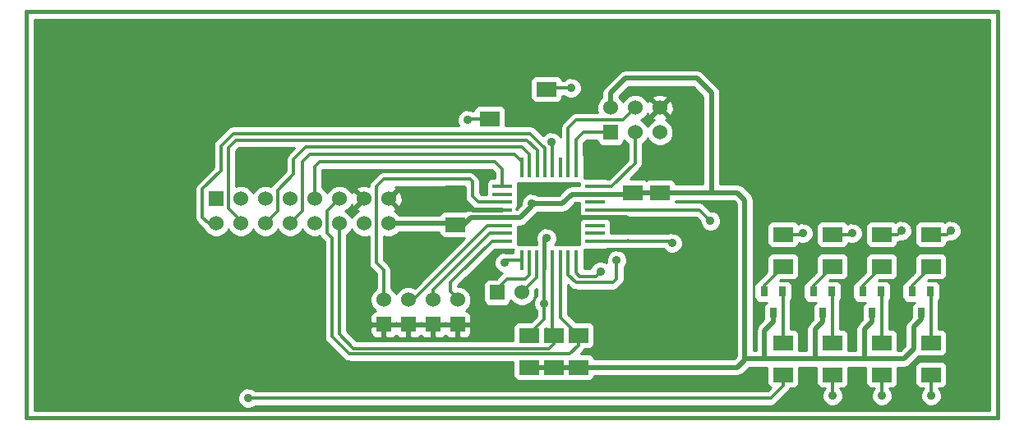
<source format=gbl>
G04 (created by PCBNEW (2013-jul-07)-stable) date mer. 26 nov. 2014 20:09:26 CET*
%MOIN*%
G04 Gerber Fmt 3.4, Leading zero omitted, Abs format*
%FSLAX34Y34*%
G01*
G70*
G90*
G04 APERTURE LIST*
%ADD10C,0.00590551*%
%ADD11C,0.015*%
%ADD12R,0.08X0.06*%
%ADD13R,0.0787X0.0177*%
%ADD14R,0.0177X0.0787*%
%ADD15R,0.06X0.06*%
%ADD16C,0.06*%
%ADD17R,0.0315X0.0394*%
%ADD18C,0.035*%
%ADD19C,0.0197*%
%ADD20C,0.011811*%
%ADD21C,0.01*%
G04 APERTURE END LIST*
G54D10*
G54D11*
X79700Y-47800D02*
X79700Y-31300D01*
X40300Y-47800D02*
X40300Y-31300D01*
X40300Y-31300D02*
X79700Y-31300D01*
X40300Y-47800D02*
X79700Y-47800D01*
G54D12*
X64900Y-38650D03*
X64900Y-39950D03*
X57700Y-39950D03*
X57700Y-38650D03*
X66000Y-38650D03*
X66000Y-39950D03*
G54D13*
X59604Y-38407D03*
X59604Y-38722D03*
X59604Y-39037D03*
X59604Y-39352D03*
X59604Y-39667D03*
X59604Y-39982D03*
X59604Y-40297D03*
X59604Y-40612D03*
X63370Y-40610D03*
X63370Y-38400D03*
X63370Y-38720D03*
X63370Y-39040D03*
X63370Y-39350D03*
X63370Y-39670D03*
X63370Y-39980D03*
X63370Y-40300D03*
G54D14*
X60388Y-41400D03*
X60702Y-41400D03*
X61018Y-41400D03*
X61332Y-41400D03*
X61648Y-41400D03*
X61962Y-41400D03*
X62278Y-41400D03*
X62592Y-41400D03*
X60390Y-37620D03*
X60700Y-37620D03*
X61020Y-37620D03*
X61330Y-37620D03*
X61640Y-37620D03*
X61960Y-37620D03*
X62280Y-37620D03*
X62600Y-37620D03*
G54D15*
X64000Y-36200D03*
G54D16*
X64000Y-35200D03*
X65000Y-36200D03*
X65000Y-35200D03*
X66000Y-36200D03*
X66000Y-35200D03*
G54D15*
X48000Y-38900D03*
G54D16*
X48000Y-39900D03*
X49000Y-38900D03*
X49000Y-39900D03*
X50000Y-38900D03*
X50000Y-39900D03*
X51000Y-38900D03*
X51000Y-39900D03*
X52000Y-38900D03*
X52000Y-39900D03*
X53000Y-38900D03*
X53000Y-39900D03*
X54000Y-38900D03*
X54000Y-39900D03*
X55000Y-38900D03*
X55000Y-39900D03*
G54D15*
X54800Y-44000D03*
G54D16*
X54800Y-43000D03*
G54D15*
X55800Y-44000D03*
G54D16*
X55800Y-43000D03*
G54D15*
X56800Y-44000D03*
G54D16*
X56800Y-43000D03*
G54D15*
X57800Y-44000D03*
G54D16*
X57800Y-43000D03*
G54D12*
X61400Y-34450D03*
X61400Y-35750D03*
X60700Y-45750D03*
X60700Y-44450D03*
X62700Y-45750D03*
X62700Y-44450D03*
X61700Y-45750D03*
X61700Y-44450D03*
X71000Y-44750D03*
X71000Y-46050D03*
X73000Y-44750D03*
X73000Y-46050D03*
X75000Y-44750D03*
X75000Y-46050D03*
X77000Y-44750D03*
X77000Y-46050D03*
X71000Y-40350D03*
X71000Y-41650D03*
X73000Y-40350D03*
X73000Y-41650D03*
X75000Y-40350D03*
X75000Y-41650D03*
X77000Y-40350D03*
X77000Y-41650D03*
X59100Y-35650D03*
X59100Y-34350D03*
G54D15*
X59400Y-42700D03*
G54D16*
X60400Y-42700D03*
G54D17*
X70600Y-43533D03*
X70975Y-42667D03*
X70225Y-42667D03*
X72600Y-43533D03*
X72975Y-42667D03*
X72225Y-42667D03*
X74600Y-43533D03*
X74975Y-42667D03*
X74225Y-42667D03*
X76600Y-43533D03*
X76975Y-42667D03*
X76225Y-42667D03*
G54D18*
X60800Y-39100D03*
X49300Y-47000D03*
X73000Y-46900D03*
X75000Y-46900D03*
X77000Y-46900D03*
X74350Y-33950D03*
X71650Y-33950D03*
X70400Y-33950D03*
X76350Y-33950D03*
X63700Y-37450D03*
X63500Y-34400D03*
X49450Y-35150D03*
X49500Y-37700D03*
X50450Y-35150D03*
X51900Y-35150D03*
X48550Y-35150D03*
X61450Y-39650D03*
X61500Y-38600D03*
X56250Y-40750D03*
X61600Y-36600D03*
X71800Y-40300D03*
X75800Y-40200D03*
X58200Y-35700D03*
X77800Y-40200D03*
X62400Y-34400D03*
X73800Y-40300D03*
X61300Y-43150D03*
X61400Y-40500D03*
X59700Y-41500D03*
X68050Y-39800D03*
X66500Y-40700D03*
X63600Y-41850D03*
X64250Y-41400D03*
G54D19*
X75500Y-45400D02*
X75900Y-45400D01*
X76600Y-43800D02*
X76600Y-43533D01*
X76300Y-44100D02*
X76600Y-43800D01*
X76300Y-45000D02*
X76300Y-44100D01*
X75900Y-45400D02*
X76300Y-45000D01*
X70250Y-45400D02*
X70250Y-44250D01*
X70600Y-43900D02*
X70600Y-43533D01*
X70250Y-44250D02*
X70600Y-43900D01*
X72300Y-45400D02*
X72300Y-44200D01*
X72600Y-43900D02*
X72600Y-43533D01*
X72300Y-44200D02*
X72600Y-43900D01*
X74300Y-45400D02*
X74300Y-44200D01*
X74600Y-43900D02*
X74600Y-43533D01*
X74300Y-44200D02*
X74600Y-43900D01*
X72000Y-45400D02*
X72300Y-45400D01*
X72300Y-45400D02*
X72400Y-45400D01*
X72400Y-45400D02*
X74000Y-45400D01*
X74000Y-45400D02*
X74300Y-45400D01*
X74300Y-45400D02*
X75500Y-45400D01*
X70250Y-45400D02*
X72000Y-45400D01*
X63370Y-38720D02*
X62430Y-38720D01*
X62050Y-39100D02*
X60800Y-39100D01*
X62430Y-38720D02*
X62050Y-39100D01*
X70250Y-45400D02*
X69500Y-45400D01*
X69500Y-45400D02*
X69450Y-45350D01*
X68750Y-45750D02*
X69150Y-45750D01*
X67900Y-45750D02*
X68750Y-45750D01*
X69150Y-45750D02*
X69450Y-45450D01*
X69450Y-45450D02*
X69450Y-45350D01*
X69450Y-45350D02*
X69450Y-44950D01*
X68100Y-38650D02*
X69150Y-38650D01*
X69450Y-44950D02*
X69450Y-43600D01*
X69450Y-43600D02*
X69450Y-43500D01*
X69450Y-43500D02*
X69450Y-38950D01*
X69450Y-38950D02*
X69150Y-38650D01*
X64000Y-35200D02*
X64000Y-34600D01*
X68100Y-34600D02*
X68100Y-38650D01*
X67500Y-34000D02*
X68100Y-34600D01*
X64600Y-34000D02*
X67500Y-34000D01*
X64000Y-34600D02*
X64600Y-34000D01*
X60700Y-45750D02*
X61700Y-45750D01*
X60800Y-39100D02*
X60850Y-39150D01*
X60850Y-39150D02*
X60800Y-39100D01*
X60800Y-39100D02*
X60800Y-39200D01*
X60800Y-39200D02*
X60700Y-39300D01*
X59604Y-39667D02*
X60333Y-39667D01*
X60333Y-39667D02*
X60700Y-39300D01*
X70250Y-45400D02*
X70167Y-45400D01*
X70167Y-45400D02*
X70200Y-45400D01*
X70200Y-45400D02*
X70167Y-45400D01*
X67900Y-45750D02*
X67100Y-45750D01*
X66000Y-38650D02*
X66900Y-38650D01*
X66900Y-38650D02*
X68100Y-38650D01*
X67100Y-45750D02*
X62700Y-45750D01*
X55000Y-39900D02*
X57650Y-39900D01*
X57650Y-39900D02*
X57700Y-39950D01*
X61700Y-45750D02*
X62700Y-45750D01*
X64900Y-38650D02*
X66000Y-38650D01*
X64830Y-38720D02*
X64900Y-38650D01*
X57700Y-39950D02*
X58050Y-39950D01*
X58333Y-39667D02*
X59604Y-39667D01*
X58050Y-39950D02*
X58333Y-39667D01*
G54D20*
X64830Y-38720D02*
X64900Y-38650D01*
G54D19*
X63370Y-38720D02*
X64830Y-38720D01*
G54D20*
X59604Y-38407D02*
X59604Y-37704D01*
X52000Y-37600D02*
X52000Y-38900D01*
X52200Y-37400D02*
X52000Y-37600D01*
X59300Y-37400D02*
X52200Y-37400D01*
X59604Y-37704D02*
X59300Y-37400D01*
X57800Y-43000D02*
X57800Y-42950D01*
X57500Y-42300D02*
X57800Y-42000D01*
X57500Y-42650D02*
X57500Y-42300D01*
X57800Y-42950D02*
X57500Y-42650D01*
X59188Y-40612D02*
X59604Y-40612D01*
X57800Y-42000D02*
X59188Y-40612D01*
X56800Y-43000D02*
X56800Y-42600D01*
X59103Y-40297D02*
X59604Y-40297D01*
X56800Y-42600D02*
X59103Y-40297D01*
X59604Y-39982D02*
X59018Y-39982D01*
X56000Y-43000D02*
X55800Y-43000D01*
X59018Y-39982D02*
X56000Y-43000D01*
X58400Y-38400D02*
X58400Y-38200D01*
X54800Y-41800D02*
X54800Y-43000D01*
X54500Y-41500D02*
X54800Y-41800D01*
X54500Y-38400D02*
X54500Y-41500D01*
X54800Y-38100D02*
X54500Y-38400D01*
X58300Y-38100D02*
X54800Y-38100D01*
X58400Y-38200D02*
X58300Y-38100D01*
X58400Y-38800D02*
X58637Y-39037D01*
X58637Y-39037D02*
X59604Y-39037D01*
X58400Y-38400D02*
X58400Y-38800D01*
X47450Y-38600D02*
X47450Y-38500D01*
X48700Y-36250D02*
X48850Y-36250D01*
X48200Y-36750D02*
X48700Y-36250D01*
X48200Y-37750D02*
X48200Y-36750D01*
X47450Y-38500D02*
X48200Y-37750D01*
X47450Y-39400D02*
X47450Y-38600D01*
X60750Y-36250D02*
X61250Y-36750D01*
X48850Y-36250D02*
X60750Y-36250D01*
X48000Y-39900D02*
X47700Y-39900D01*
X47450Y-39650D02*
X47450Y-39400D01*
X47700Y-39900D02*
X47450Y-39650D01*
X49900Y-47000D02*
X49300Y-47000D01*
X61330Y-37620D02*
X61330Y-36830D01*
X61330Y-36830D02*
X61250Y-36750D01*
X70200Y-47000D02*
X70500Y-47000D01*
X49900Y-47000D02*
X70200Y-47000D01*
X71000Y-46500D02*
X71000Y-46050D01*
X70500Y-47000D02*
X71000Y-46500D01*
X71000Y-46200D02*
X71000Y-46050D01*
X49000Y-39900D02*
X49000Y-39800D01*
X48800Y-36518D02*
X49781Y-36518D01*
X48500Y-36818D02*
X48800Y-36518D01*
X48500Y-39300D02*
X48500Y-36818D01*
X49000Y-39800D02*
X48500Y-39300D01*
X73000Y-46050D02*
X73000Y-46900D01*
X61020Y-37620D02*
X61020Y-36920D01*
X60618Y-36518D02*
X49781Y-36518D01*
X61020Y-36920D02*
X60618Y-36518D01*
X50500Y-38650D02*
X50500Y-38550D01*
X51150Y-37300D02*
X51650Y-36800D01*
X51150Y-37900D02*
X51150Y-37300D01*
X50500Y-38550D02*
X51150Y-37900D01*
X60700Y-37620D02*
X60700Y-37100D01*
X60700Y-37100D02*
X60400Y-36800D01*
X60400Y-36800D02*
X51650Y-36800D01*
X50500Y-39400D02*
X50000Y-39900D01*
X50500Y-38650D02*
X50500Y-39400D01*
X75000Y-46050D02*
X75000Y-46900D01*
X60390Y-37620D02*
X60390Y-37390D01*
X51500Y-39400D02*
X51000Y-39900D01*
X51500Y-37400D02*
X51500Y-39400D01*
X51800Y-37100D02*
X51500Y-37400D01*
X60100Y-37100D02*
X51800Y-37100D01*
X60390Y-37390D02*
X60100Y-37100D01*
X77000Y-46900D02*
X77000Y-46050D01*
G54D19*
X76350Y-33950D02*
X74350Y-33950D01*
X70400Y-33950D02*
X71650Y-33950D01*
X74350Y-33950D02*
X71650Y-33950D01*
X48550Y-35150D02*
X49450Y-35150D01*
X51900Y-35150D02*
X50450Y-35150D01*
X49450Y-35150D02*
X50450Y-35150D01*
X61470Y-39670D02*
X61450Y-39650D01*
X63370Y-39670D02*
X61470Y-39670D01*
X64900Y-39950D02*
X66000Y-39950D01*
X63370Y-39670D02*
X64620Y-39670D01*
X64620Y-39670D02*
X64900Y-39950D01*
X59604Y-39352D02*
X58402Y-39352D01*
X58402Y-39352D02*
X57700Y-38650D01*
G54D20*
X61640Y-36640D02*
X61640Y-37620D01*
X61600Y-36600D02*
X61640Y-36640D01*
X62600Y-37620D02*
X62600Y-36500D01*
X62600Y-36500D02*
X62900Y-36200D01*
X62900Y-36200D02*
X64000Y-36200D01*
X62280Y-37620D02*
X62280Y-36020D01*
X64500Y-35700D02*
X65000Y-35200D01*
X62600Y-35700D02*
X64500Y-35700D01*
X62280Y-36020D02*
X62600Y-35700D01*
X72225Y-42667D02*
X72225Y-42425D01*
X72225Y-42425D02*
X73000Y-41650D01*
X73000Y-43400D02*
X73000Y-42692D01*
X73000Y-42692D02*
X72975Y-42667D01*
X73000Y-44750D02*
X73000Y-43400D01*
X73000Y-43400D02*
X73000Y-43350D01*
X74225Y-42667D02*
X74225Y-42425D01*
X74225Y-42425D02*
X75000Y-41650D01*
X71000Y-40350D02*
X71750Y-40350D01*
X71750Y-40350D02*
X71800Y-40300D01*
X70225Y-42667D02*
X70225Y-42425D01*
X70225Y-42425D02*
X71000Y-41650D01*
X76225Y-42667D02*
X76225Y-42425D01*
X76225Y-42425D02*
X77000Y-41650D01*
X77000Y-44750D02*
X77000Y-42692D01*
X77000Y-42692D02*
X76975Y-42667D01*
X77000Y-44750D02*
X77000Y-43350D01*
X75000Y-40350D02*
X75650Y-40350D01*
X75650Y-40350D02*
X75800Y-40200D01*
X75000Y-43400D02*
X75000Y-42692D01*
X75000Y-42692D02*
X74975Y-42667D01*
X75000Y-44750D02*
X75000Y-43400D01*
X75000Y-43400D02*
X75000Y-43350D01*
X58250Y-35650D02*
X58200Y-35700D01*
X59100Y-35650D02*
X58250Y-35650D01*
X71000Y-44750D02*
X71000Y-42692D01*
X71000Y-42692D02*
X70975Y-42667D01*
X77000Y-40350D02*
X77650Y-40350D01*
X77650Y-40350D02*
X77800Y-40200D01*
X61450Y-34400D02*
X61400Y-34450D01*
X62400Y-34400D02*
X61450Y-34400D01*
X73000Y-40350D02*
X73750Y-40350D01*
X73750Y-40350D02*
X73800Y-40300D01*
X60700Y-44450D02*
X60700Y-44400D01*
X60700Y-44400D02*
X61300Y-43800D01*
X61300Y-43800D02*
X61300Y-43150D01*
X61300Y-40600D02*
X61400Y-40500D01*
X61300Y-43150D02*
X61300Y-40600D01*
X61332Y-40568D02*
X61332Y-41400D01*
X61400Y-40500D02*
X61332Y-40568D01*
X61018Y-41400D02*
X61018Y-42082D01*
X61018Y-42082D02*
X60400Y-42700D01*
X63370Y-38400D02*
X64050Y-38400D01*
X64050Y-38400D02*
X65000Y-37450D01*
X65000Y-37450D02*
X65000Y-36200D01*
X53000Y-43400D02*
X53000Y-44400D01*
X61700Y-44800D02*
X61700Y-44450D01*
X61518Y-44981D02*
X61700Y-44800D01*
X53581Y-44981D02*
X61518Y-44981D01*
X53000Y-44400D02*
X53581Y-44981D01*
X53000Y-39900D02*
X53000Y-43400D01*
X61648Y-41400D02*
X61648Y-44398D01*
X61648Y-44398D02*
X61700Y-44450D01*
X61400Y-44200D02*
X61400Y-44450D01*
X61850Y-45200D02*
X62350Y-45200D01*
X62700Y-44850D02*
X62700Y-44450D01*
X62350Y-45200D02*
X62700Y-44850D01*
X52500Y-39900D02*
X52500Y-40300D01*
X52700Y-44500D02*
X53400Y-45200D01*
X52700Y-40500D02*
X52700Y-44500D01*
X52500Y-40300D02*
X52700Y-40500D01*
X53400Y-45200D02*
X61850Y-45200D01*
X53000Y-38900D02*
X52500Y-39400D01*
X52500Y-39400D02*
X52500Y-39900D01*
X61962Y-41400D02*
X61962Y-43712D01*
X61962Y-43712D02*
X62700Y-44450D01*
X62500Y-44450D02*
X62450Y-44450D01*
X59400Y-42700D02*
X59400Y-42550D01*
X60702Y-41998D02*
X60702Y-41400D01*
X60550Y-42150D02*
X60702Y-41998D01*
X59800Y-42150D02*
X60550Y-42150D01*
X59400Y-42550D02*
X59800Y-42150D01*
X60388Y-41400D02*
X59800Y-41400D01*
X59800Y-41400D02*
X59700Y-41500D01*
X63370Y-39350D02*
X67600Y-39350D01*
X67600Y-39350D02*
X68050Y-39800D01*
X64690Y-40610D02*
X66410Y-40610D01*
X66410Y-40610D02*
X66500Y-40700D01*
X63370Y-40610D02*
X64690Y-40610D01*
X64690Y-40610D02*
X64700Y-40600D01*
X62750Y-42050D02*
X62592Y-41892D01*
X63400Y-42050D02*
X62750Y-42050D01*
X63600Y-41850D02*
X63400Y-42050D01*
X62592Y-41892D02*
X62592Y-41400D01*
X62592Y-41400D02*
X62592Y-41892D01*
X62278Y-41978D02*
X62278Y-41400D01*
X62600Y-42300D02*
X62278Y-41978D01*
X64100Y-42300D02*
X62600Y-42300D01*
X64250Y-42150D02*
X64100Y-42300D01*
X64250Y-41400D02*
X64250Y-42150D01*
G54D10*
G36*
X51185Y-36827D02*
X50931Y-37081D01*
X50864Y-37181D01*
X50840Y-37300D01*
X50840Y-37771D01*
X50281Y-38331D01*
X50234Y-38401D01*
X50234Y-38401D01*
X50109Y-38350D01*
X49891Y-38349D01*
X49688Y-38433D01*
X49534Y-38588D01*
X49500Y-38669D01*
X49466Y-38588D01*
X49311Y-38434D01*
X49109Y-38350D01*
X48891Y-38349D01*
X48809Y-38383D01*
X48809Y-36946D01*
X48928Y-36827D01*
X49781Y-36827D01*
X51185Y-36827D01*
X51185Y-36827D01*
G37*
G54D21*
X51185Y-36827D02*
X50931Y-37081D01*
X50864Y-37181D01*
X50840Y-37300D01*
X50840Y-37771D01*
X50281Y-38331D01*
X50234Y-38401D01*
X50234Y-38401D01*
X50109Y-38350D01*
X49891Y-38349D01*
X49688Y-38433D01*
X49534Y-38588D01*
X49500Y-38669D01*
X49466Y-38588D01*
X49311Y-38434D01*
X49109Y-38350D01*
X48891Y-38349D01*
X48809Y-38383D01*
X48809Y-36946D01*
X48928Y-36827D01*
X49781Y-36827D01*
X51185Y-36827D01*
G54D10*
G36*
X58062Y-40500D02*
X56053Y-42509D01*
X55909Y-42450D01*
X55691Y-42449D01*
X55488Y-42533D01*
X55334Y-42688D01*
X55300Y-42769D01*
X55266Y-42688D01*
X55111Y-42534D01*
X55109Y-42532D01*
X55109Y-41800D01*
X55109Y-41799D01*
X55109Y-41799D01*
X55104Y-41776D01*
X55085Y-41681D01*
X55085Y-41681D01*
X55018Y-41581D01*
X55018Y-41581D01*
X54809Y-41371D01*
X54809Y-40416D01*
X54890Y-40449D01*
X55108Y-40450D01*
X55311Y-40366D01*
X55429Y-40248D01*
X57049Y-40248D01*
X57049Y-40299D01*
X57087Y-40391D01*
X57158Y-40461D01*
X57250Y-40499D01*
X57349Y-40500D01*
X58062Y-40500D01*
X58062Y-40500D01*
G37*
G54D21*
X58062Y-40500D02*
X56053Y-42509D01*
X55909Y-42450D01*
X55691Y-42449D01*
X55488Y-42533D01*
X55334Y-42688D01*
X55300Y-42769D01*
X55266Y-42688D01*
X55111Y-42534D01*
X55109Y-42532D01*
X55109Y-41800D01*
X55109Y-41799D01*
X55109Y-41799D01*
X55104Y-41776D01*
X55085Y-41681D01*
X55085Y-41681D01*
X55018Y-41581D01*
X55018Y-41581D01*
X54809Y-41371D01*
X54809Y-40416D01*
X54890Y-40449D01*
X55108Y-40450D01*
X55311Y-40366D01*
X55429Y-40248D01*
X57049Y-40248D01*
X57049Y-40299D01*
X57087Y-40391D01*
X57158Y-40461D01*
X57250Y-40499D01*
X57349Y-40500D01*
X58062Y-40500D01*
G54D10*
G36*
X58512Y-39318D02*
X58333Y-39318D01*
X58332Y-39318D01*
X58199Y-39345D01*
X58117Y-39400D01*
X58117Y-39400D01*
X58050Y-39399D01*
X57250Y-39399D01*
X57158Y-39437D01*
X57088Y-39508D01*
X57070Y-39551D01*
X55554Y-39551D01*
X55554Y-38981D01*
X55543Y-38763D01*
X55481Y-38612D01*
X55385Y-38584D01*
X55070Y-38900D01*
X55385Y-39215D01*
X55481Y-39187D01*
X55554Y-38981D01*
X55554Y-39551D01*
X55429Y-39551D01*
X55311Y-39434D01*
X55236Y-39402D01*
X55287Y-39381D01*
X55315Y-39285D01*
X55000Y-38970D01*
X54994Y-38976D01*
X54923Y-38905D01*
X54929Y-38900D01*
X54923Y-38894D01*
X54994Y-38823D01*
X55000Y-38829D01*
X55315Y-38514D01*
X55287Y-38418D01*
X55260Y-38409D01*
X58090Y-38409D01*
X58090Y-38800D01*
X58114Y-38918D01*
X58181Y-39018D01*
X58418Y-39255D01*
X58512Y-39318D01*
X58512Y-39318D01*
G37*
G54D21*
X58512Y-39318D02*
X58333Y-39318D01*
X58332Y-39318D01*
X58199Y-39345D01*
X58117Y-39400D01*
X58117Y-39400D01*
X58050Y-39399D01*
X57250Y-39399D01*
X57158Y-39437D01*
X57088Y-39508D01*
X57070Y-39551D01*
X55554Y-39551D01*
X55554Y-38981D01*
X55543Y-38763D01*
X55481Y-38612D01*
X55385Y-38584D01*
X55070Y-38900D01*
X55385Y-39215D01*
X55481Y-39187D01*
X55554Y-38981D01*
X55554Y-39551D01*
X55429Y-39551D01*
X55311Y-39434D01*
X55236Y-39402D01*
X55287Y-39381D01*
X55315Y-39285D01*
X55000Y-38970D01*
X54994Y-38976D01*
X54923Y-38905D01*
X54929Y-38900D01*
X54923Y-38894D01*
X54994Y-38823D01*
X55000Y-38829D01*
X55315Y-38514D01*
X55287Y-38418D01*
X55260Y-38409D01*
X58090Y-38409D01*
X58090Y-38800D01*
X58114Y-38918D01*
X58181Y-39018D01*
X58418Y-39255D01*
X58512Y-39318D01*
G54D10*
G36*
X59294Y-38068D02*
X59160Y-38068D01*
X59069Y-38106D01*
X58998Y-38176D01*
X58960Y-38268D01*
X58960Y-38368D01*
X58960Y-38545D01*
X58968Y-38564D01*
X58960Y-38583D01*
X58960Y-38683D01*
X58960Y-38727D01*
X58765Y-38727D01*
X58709Y-38671D01*
X58709Y-38400D01*
X58709Y-38200D01*
X58685Y-38081D01*
X58685Y-38081D01*
X58618Y-37981D01*
X58518Y-37881D01*
X58418Y-37814D01*
X58300Y-37790D01*
X54800Y-37790D01*
X54799Y-37790D01*
X54776Y-37795D01*
X54681Y-37814D01*
X54581Y-37881D01*
X54581Y-37881D01*
X54281Y-38181D01*
X54214Y-38281D01*
X54193Y-38385D01*
X54081Y-38345D01*
X53863Y-38356D01*
X53712Y-38418D01*
X53684Y-38514D01*
X54000Y-38829D01*
X54005Y-38823D01*
X54076Y-38894D01*
X54070Y-38900D01*
X54076Y-38905D01*
X54005Y-38976D01*
X54000Y-38970D01*
X53684Y-39285D01*
X53712Y-39381D01*
X53767Y-39400D01*
X53688Y-39433D01*
X53534Y-39588D01*
X53500Y-39669D01*
X53466Y-39588D01*
X53311Y-39434D01*
X53230Y-39400D01*
X53311Y-39366D01*
X53465Y-39211D01*
X53497Y-39136D01*
X53518Y-39187D01*
X53614Y-39215D01*
X53929Y-38900D01*
X53614Y-38584D01*
X53518Y-38612D01*
X53499Y-38667D01*
X53466Y-38588D01*
X53311Y-38434D01*
X53109Y-38350D01*
X52891Y-38349D01*
X52688Y-38433D01*
X52534Y-38588D01*
X52500Y-38669D01*
X52466Y-38588D01*
X52311Y-38434D01*
X52309Y-38432D01*
X52309Y-37728D01*
X52328Y-37709D01*
X59171Y-37709D01*
X59294Y-37832D01*
X59294Y-38068D01*
X59294Y-38068D01*
G37*
G54D21*
X59294Y-38068D02*
X59160Y-38068D01*
X59069Y-38106D01*
X58998Y-38176D01*
X58960Y-38268D01*
X58960Y-38368D01*
X58960Y-38545D01*
X58968Y-38564D01*
X58960Y-38583D01*
X58960Y-38683D01*
X58960Y-38727D01*
X58765Y-38727D01*
X58709Y-38671D01*
X58709Y-38400D01*
X58709Y-38200D01*
X58685Y-38081D01*
X58685Y-38081D01*
X58618Y-37981D01*
X58518Y-37881D01*
X58418Y-37814D01*
X58300Y-37790D01*
X54800Y-37790D01*
X54799Y-37790D01*
X54776Y-37795D01*
X54681Y-37814D01*
X54581Y-37881D01*
X54581Y-37881D01*
X54281Y-38181D01*
X54214Y-38281D01*
X54193Y-38385D01*
X54081Y-38345D01*
X53863Y-38356D01*
X53712Y-38418D01*
X53684Y-38514D01*
X54000Y-38829D01*
X54005Y-38823D01*
X54076Y-38894D01*
X54070Y-38900D01*
X54076Y-38905D01*
X54005Y-38976D01*
X54000Y-38970D01*
X53684Y-39285D01*
X53712Y-39381D01*
X53767Y-39400D01*
X53688Y-39433D01*
X53534Y-39588D01*
X53500Y-39669D01*
X53466Y-39588D01*
X53311Y-39434D01*
X53230Y-39400D01*
X53311Y-39366D01*
X53465Y-39211D01*
X53497Y-39136D01*
X53518Y-39187D01*
X53614Y-39215D01*
X53929Y-38900D01*
X53614Y-38584D01*
X53518Y-38612D01*
X53499Y-38667D01*
X53466Y-38588D01*
X53311Y-38434D01*
X53109Y-38350D01*
X52891Y-38349D01*
X52688Y-38433D01*
X52534Y-38588D01*
X52500Y-38669D01*
X52466Y-38588D01*
X52311Y-38434D01*
X52309Y-38432D01*
X52309Y-37728D01*
X52328Y-37709D01*
X59171Y-37709D01*
X59294Y-37832D01*
X59294Y-38068D01*
G54D10*
G36*
X60990Y-43671D02*
X60762Y-43899D01*
X60250Y-43899D01*
X60158Y-43937D01*
X60088Y-44008D01*
X60050Y-44100D01*
X60049Y-44199D01*
X60049Y-44672D01*
X58350Y-44672D01*
X58350Y-44349D01*
X58350Y-44112D01*
X58287Y-44050D01*
X57850Y-44050D01*
X57850Y-44487D01*
X57912Y-44550D01*
X58050Y-44550D01*
X58149Y-44549D01*
X58241Y-44511D01*
X58312Y-44441D01*
X58350Y-44349D01*
X58350Y-44672D01*
X57750Y-44672D01*
X57750Y-44487D01*
X57750Y-44050D01*
X57312Y-44050D01*
X57300Y-44062D01*
X57287Y-44050D01*
X56850Y-44050D01*
X56850Y-44487D01*
X56912Y-44550D01*
X57050Y-44550D01*
X57149Y-44549D01*
X57241Y-44511D01*
X57300Y-44453D01*
X57358Y-44511D01*
X57450Y-44549D01*
X57549Y-44550D01*
X57687Y-44550D01*
X57750Y-44487D01*
X57750Y-44672D01*
X56750Y-44672D01*
X56750Y-44487D01*
X56750Y-44050D01*
X56312Y-44050D01*
X56300Y-44062D01*
X56287Y-44050D01*
X55850Y-44050D01*
X55850Y-44487D01*
X55912Y-44550D01*
X56050Y-44550D01*
X56149Y-44549D01*
X56241Y-44511D01*
X56300Y-44453D01*
X56358Y-44511D01*
X56450Y-44549D01*
X56549Y-44550D01*
X56687Y-44550D01*
X56750Y-44487D01*
X56750Y-44672D01*
X55750Y-44672D01*
X55750Y-44487D01*
X55750Y-44050D01*
X55312Y-44050D01*
X55300Y-44062D01*
X55287Y-44050D01*
X54850Y-44050D01*
X54850Y-44487D01*
X54912Y-44550D01*
X55050Y-44550D01*
X55149Y-44549D01*
X55241Y-44511D01*
X55300Y-44453D01*
X55358Y-44511D01*
X55450Y-44549D01*
X55549Y-44550D01*
X55687Y-44550D01*
X55750Y-44487D01*
X55750Y-44672D01*
X54750Y-44672D01*
X54750Y-44487D01*
X54750Y-44050D01*
X54312Y-44050D01*
X54250Y-44112D01*
X54249Y-44349D01*
X54287Y-44441D01*
X54358Y-44511D01*
X54450Y-44549D01*
X54549Y-44550D01*
X54687Y-44550D01*
X54750Y-44487D01*
X54750Y-44672D01*
X53709Y-44672D01*
X53309Y-44271D01*
X53309Y-43400D01*
X53309Y-40367D01*
X53311Y-40366D01*
X53465Y-40211D01*
X53499Y-40130D01*
X53533Y-40211D01*
X53688Y-40365D01*
X53890Y-40449D01*
X54108Y-40450D01*
X54190Y-40416D01*
X54190Y-41500D01*
X54214Y-41618D01*
X54281Y-41718D01*
X54490Y-41928D01*
X54490Y-42532D01*
X54488Y-42533D01*
X54334Y-42688D01*
X54250Y-42890D01*
X54249Y-43108D01*
X54333Y-43311D01*
X54472Y-43450D01*
X54450Y-43450D01*
X54358Y-43488D01*
X54287Y-43558D01*
X54249Y-43650D01*
X54250Y-43887D01*
X54312Y-43950D01*
X54750Y-43950D01*
X54750Y-43942D01*
X54850Y-43942D01*
X54850Y-43950D01*
X55287Y-43950D01*
X55300Y-43937D01*
X55312Y-43950D01*
X55750Y-43950D01*
X55750Y-43942D01*
X55850Y-43942D01*
X55850Y-43950D01*
X56287Y-43950D01*
X56300Y-43937D01*
X56312Y-43950D01*
X56750Y-43950D01*
X56750Y-43942D01*
X56850Y-43942D01*
X56850Y-43950D01*
X57287Y-43950D01*
X57300Y-43937D01*
X57312Y-43950D01*
X57750Y-43950D01*
X57750Y-43942D01*
X57850Y-43942D01*
X57850Y-43950D01*
X58287Y-43950D01*
X58350Y-43887D01*
X58350Y-43650D01*
X58312Y-43558D01*
X58241Y-43488D01*
X58149Y-43450D01*
X58127Y-43450D01*
X58265Y-43311D01*
X58349Y-43109D01*
X58350Y-42891D01*
X58266Y-42688D01*
X58111Y-42534D01*
X57909Y-42450D01*
X57809Y-42450D01*
X57809Y-42428D01*
X58018Y-42218D01*
X58018Y-42218D01*
X58018Y-42218D01*
X59286Y-40950D01*
X60047Y-40950D01*
X60053Y-40948D01*
X60049Y-40956D01*
X60049Y-41056D01*
X60049Y-41090D01*
X59823Y-41090D01*
X59784Y-41075D01*
X59615Y-41074D01*
X59459Y-41139D01*
X59339Y-41258D01*
X59275Y-41415D01*
X59274Y-41584D01*
X59339Y-41740D01*
X59458Y-41860D01*
X59600Y-41918D01*
X59581Y-41931D01*
X59581Y-41931D01*
X59581Y-41931D01*
X59362Y-42149D01*
X59050Y-42149D01*
X58958Y-42187D01*
X58888Y-42258D01*
X58850Y-42350D01*
X58849Y-42449D01*
X58849Y-43049D01*
X58887Y-43141D01*
X58958Y-43211D01*
X59050Y-43249D01*
X59149Y-43250D01*
X59749Y-43250D01*
X59841Y-43212D01*
X59911Y-43141D01*
X59949Y-43049D01*
X59949Y-43027D01*
X60088Y-43165D01*
X60290Y-43249D01*
X60508Y-43250D01*
X60711Y-43166D01*
X60865Y-43011D01*
X60949Y-42809D01*
X60950Y-42591D01*
X60948Y-42588D01*
X60990Y-42546D01*
X60990Y-42857D01*
X60939Y-42908D01*
X60875Y-43065D01*
X60874Y-43234D01*
X60939Y-43390D01*
X60990Y-43441D01*
X60990Y-43671D01*
X60990Y-43671D01*
G37*
G54D21*
X60990Y-43671D02*
X60762Y-43899D01*
X60250Y-43899D01*
X60158Y-43937D01*
X60088Y-44008D01*
X60050Y-44100D01*
X60049Y-44199D01*
X60049Y-44672D01*
X58350Y-44672D01*
X58350Y-44349D01*
X58350Y-44112D01*
X58287Y-44050D01*
X57850Y-44050D01*
X57850Y-44487D01*
X57912Y-44550D01*
X58050Y-44550D01*
X58149Y-44549D01*
X58241Y-44511D01*
X58312Y-44441D01*
X58350Y-44349D01*
X58350Y-44672D01*
X57750Y-44672D01*
X57750Y-44487D01*
X57750Y-44050D01*
X57312Y-44050D01*
X57300Y-44062D01*
X57287Y-44050D01*
X56850Y-44050D01*
X56850Y-44487D01*
X56912Y-44550D01*
X57050Y-44550D01*
X57149Y-44549D01*
X57241Y-44511D01*
X57300Y-44453D01*
X57358Y-44511D01*
X57450Y-44549D01*
X57549Y-44550D01*
X57687Y-44550D01*
X57750Y-44487D01*
X57750Y-44672D01*
X56750Y-44672D01*
X56750Y-44487D01*
X56750Y-44050D01*
X56312Y-44050D01*
X56300Y-44062D01*
X56287Y-44050D01*
X55850Y-44050D01*
X55850Y-44487D01*
X55912Y-44550D01*
X56050Y-44550D01*
X56149Y-44549D01*
X56241Y-44511D01*
X56300Y-44453D01*
X56358Y-44511D01*
X56450Y-44549D01*
X56549Y-44550D01*
X56687Y-44550D01*
X56750Y-44487D01*
X56750Y-44672D01*
X55750Y-44672D01*
X55750Y-44487D01*
X55750Y-44050D01*
X55312Y-44050D01*
X55300Y-44062D01*
X55287Y-44050D01*
X54850Y-44050D01*
X54850Y-44487D01*
X54912Y-44550D01*
X55050Y-44550D01*
X55149Y-44549D01*
X55241Y-44511D01*
X55300Y-44453D01*
X55358Y-44511D01*
X55450Y-44549D01*
X55549Y-44550D01*
X55687Y-44550D01*
X55750Y-44487D01*
X55750Y-44672D01*
X54750Y-44672D01*
X54750Y-44487D01*
X54750Y-44050D01*
X54312Y-44050D01*
X54250Y-44112D01*
X54249Y-44349D01*
X54287Y-44441D01*
X54358Y-44511D01*
X54450Y-44549D01*
X54549Y-44550D01*
X54687Y-44550D01*
X54750Y-44487D01*
X54750Y-44672D01*
X53709Y-44672D01*
X53309Y-44271D01*
X53309Y-43400D01*
X53309Y-40367D01*
X53311Y-40366D01*
X53465Y-40211D01*
X53499Y-40130D01*
X53533Y-40211D01*
X53688Y-40365D01*
X53890Y-40449D01*
X54108Y-40450D01*
X54190Y-40416D01*
X54190Y-41500D01*
X54214Y-41618D01*
X54281Y-41718D01*
X54490Y-41928D01*
X54490Y-42532D01*
X54488Y-42533D01*
X54334Y-42688D01*
X54250Y-42890D01*
X54249Y-43108D01*
X54333Y-43311D01*
X54472Y-43450D01*
X54450Y-43450D01*
X54358Y-43488D01*
X54287Y-43558D01*
X54249Y-43650D01*
X54250Y-43887D01*
X54312Y-43950D01*
X54750Y-43950D01*
X54750Y-43942D01*
X54850Y-43942D01*
X54850Y-43950D01*
X55287Y-43950D01*
X55300Y-43937D01*
X55312Y-43950D01*
X55750Y-43950D01*
X55750Y-43942D01*
X55850Y-43942D01*
X55850Y-43950D01*
X56287Y-43950D01*
X56300Y-43937D01*
X56312Y-43950D01*
X56750Y-43950D01*
X56750Y-43942D01*
X56850Y-43942D01*
X56850Y-43950D01*
X57287Y-43950D01*
X57300Y-43937D01*
X57312Y-43950D01*
X57750Y-43950D01*
X57750Y-43942D01*
X57850Y-43942D01*
X57850Y-43950D01*
X58287Y-43950D01*
X58350Y-43887D01*
X58350Y-43650D01*
X58312Y-43558D01*
X58241Y-43488D01*
X58149Y-43450D01*
X58127Y-43450D01*
X58265Y-43311D01*
X58349Y-43109D01*
X58350Y-42891D01*
X58266Y-42688D01*
X58111Y-42534D01*
X57909Y-42450D01*
X57809Y-42450D01*
X57809Y-42428D01*
X58018Y-42218D01*
X58018Y-42218D01*
X58018Y-42218D01*
X59286Y-40950D01*
X60047Y-40950D01*
X60053Y-40948D01*
X60049Y-40956D01*
X60049Y-41056D01*
X60049Y-41090D01*
X59823Y-41090D01*
X59784Y-41075D01*
X59615Y-41074D01*
X59459Y-41139D01*
X59339Y-41258D01*
X59275Y-41415D01*
X59274Y-41584D01*
X59339Y-41740D01*
X59458Y-41860D01*
X59600Y-41918D01*
X59581Y-41931D01*
X59581Y-41931D01*
X59581Y-41931D01*
X59362Y-42149D01*
X59050Y-42149D01*
X58958Y-42187D01*
X58888Y-42258D01*
X58850Y-42350D01*
X58849Y-42449D01*
X58849Y-43049D01*
X58887Y-43141D01*
X58958Y-43211D01*
X59050Y-43249D01*
X59149Y-43250D01*
X59749Y-43250D01*
X59841Y-43212D01*
X59911Y-43141D01*
X59949Y-43049D01*
X59949Y-43027D01*
X60088Y-43165D01*
X60290Y-43249D01*
X60508Y-43250D01*
X60711Y-43166D01*
X60865Y-43011D01*
X60949Y-42809D01*
X60950Y-42591D01*
X60948Y-42588D01*
X60990Y-42546D01*
X60990Y-42857D01*
X60939Y-42908D01*
X60875Y-43065D01*
X60874Y-43234D01*
X60939Y-43390D01*
X60990Y-43441D01*
X60990Y-43671D01*
G54D10*
G36*
X62726Y-38263D02*
X62726Y-38361D01*
X62726Y-38371D01*
X62430Y-38371D01*
X62429Y-38371D01*
X62296Y-38398D01*
X62183Y-38473D01*
X62183Y-38473D01*
X62183Y-38473D01*
X61905Y-38751D01*
X61052Y-38751D01*
X61041Y-38739D01*
X60884Y-38675D01*
X60715Y-38674D01*
X60559Y-38739D01*
X60439Y-38858D01*
X60375Y-39015D01*
X60374Y-39132D01*
X60188Y-39318D01*
X60158Y-39318D01*
X60209Y-39267D01*
X60247Y-39175D01*
X60247Y-39075D01*
X60247Y-38898D01*
X60239Y-38879D01*
X60247Y-38860D01*
X60247Y-38760D01*
X60247Y-38583D01*
X60239Y-38564D01*
X60247Y-38545D01*
X60247Y-38445D01*
X60247Y-38268D01*
X60243Y-38260D01*
X60251Y-38263D01*
X60351Y-38263D01*
X60528Y-38263D01*
X60544Y-38256D01*
X60561Y-38263D01*
X60661Y-38263D01*
X60838Y-38263D01*
X60859Y-38254D01*
X60881Y-38263D01*
X60981Y-38263D01*
X61158Y-38263D01*
X61174Y-38256D01*
X61191Y-38263D01*
X61291Y-38263D01*
X61468Y-38263D01*
X61484Y-38256D01*
X61501Y-38263D01*
X61601Y-38263D01*
X61778Y-38263D01*
X61799Y-38254D01*
X61821Y-38263D01*
X61921Y-38263D01*
X62098Y-38263D01*
X62119Y-38254D01*
X62141Y-38263D01*
X62241Y-38263D01*
X62418Y-38263D01*
X62439Y-38254D01*
X62461Y-38263D01*
X62561Y-38263D01*
X62726Y-38263D01*
X62726Y-38263D01*
G37*
G54D21*
X62726Y-38263D02*
X62726Y-38361D01*
X62726Y-38371D01*
X62430Y-38371D01*
X62429Y-38371D01*
X62296Y-38398D01*
X62183Y-38473D01*
X62183Y-38473D01*
X62183Y-38473D01*
X61905Y-38751D01*
X61052Y-38751D01*
X61041Y-38739D01*
X60884Y-38675D01*
X60715Y-38674D01*
X60559Y-38739D01*
X60439Y-38858D01*
X60375Y-39015D01*
X60374Y-39132D01*
X60188Y-39318D01*
X60158Y-39318D01*
X60209Y-39267D01*
X60247Y-39175D01*
X60247Y-39075D01*
X60247Y-38898D01*
X60239Y-38879D01*
X60247Y-38860D01*
X60247Y-38760D01*
X60247Y-38583D01*
X60239Y-38564D01*
X60247Y-38545D01*
X60247Y-38445D01*
X60247Y-38268D01*
X60243Y-38260D01*
X60251Y-38263D01*
X60351Y-38263D01*
X60528Y-38263D01*
X60544Y-38256D01*
X60561Y-38263D01*
X60661Y-38263D01*
X60838Y-38263D01*
X60859Y-38254D01*
X60881Y-38263D01*
X60981Y-38263D01*
X61158Y-38263D01*
X61174Y-38256D01*
X61191Y-38263D01*
X61291Y-38263D01*
X61468Y-38263D01*
X61484Y-38256D01*
X61501Y-38263D01*
X61601Y-38263D01*
X61778Y-38263D01*
X61799Y-38254D01*
X61821Y-38263D01*
X61921Y-38263D01*
X62098Y-38263D01*
X62119Y-38254D01*
X62141Y-38263D01*
X62241Y-38263D01*
X62418Y-38263D01*
X62439Y-38254D01*
X62461Y-38263D01*
X62561Y-38263D01*
X62726Y-38263D01*
G54D10*
G36*
X62870Y-39664D02*
X62835Y-39679D01*
X62764Y-39749D01*
X62726Y-39841D01*
X62726Y-39941D01*
X62726Y-40118D01*
X62735Y-40139D01*
X62726Y-40161D01*
X62726Y-40261D01*
X62726Y-40438D01*
X62733Y-40454D01*
X62726Y-40471D01*
X62726Y-40571D01*
X62726Y-40748D01*
X62729Y-40756D01*
X62630Y-40756D01*
X62453Y-40756D01*
X62435Y-40764D01*
X62416Y-40756D01*
X62316Y-40756D01*
X62139Y-40756D01*
X62120Y-40764D01*
X62100Y-40756D01*
X62000Y-40756D01*
X61823Y-40756D01*
X61805Y-40764D01*
X61786Y-40756D01*
X61744Y-40756D01*
X61760Y-40741D01*
X61824Y-40584D01*
X61825Y-40415D01*
X61760Y-40259D01*
X61641Y-40139D01*
X61484Y-40075D01*
X61315Y-40074D01*
X61159Y-40139D01*
X61039Y-40258D01*
X60975Y-40415D01*
X60974Y-40584D01*
X60990Y-40622D01*
X60990Y-40756D01*
X60879Y-40756D01*
X60860Y-40764D01*
X60840Y-40756D01*
X60740Y-40756D01*
X60563Y-40756D01*
X60545Y-40764D01*
X60526Y-40756D01*
X60426Y-40756D01*
X60249Y-40756D01*
X60243Y-40758D01*
X60247Y-40750D01*
X60247Y-40650D01*
X60247Y-40473D01*
X60239Y-40454D01*
X60247Y-40435D01*
X60247Y-40335D01*
X60247Y-40158D01*
X60239Y-40139D01*
X60247Y-40120D01*
X60247Y-40020D01*
X60247Y-40015D01*
X60333Y-40015D01*
X60466Y-39988D01*
X60466Y-39988D01*
X60579Y-39913D01*
X60946Y-39546D01*
X60946Y-39546D01*
X60946Y-39546D01*
X61026Y-39466D01*
X61040Y-39460D01*
X61052Y-39448D01*
X62050Y-39448D01*
X62183Y-39421D01*
X62183Y-39421D01*
X62296Y-39346D01*
X62574Y-39068D01*
X62726Y-39068D01*
X62726Y-39178D01*
X62733Y-39194D01*
X62726Y-39211D01*
X62726Y-39311D01*
X62726Y-39488D01*
X62764Y-39579D01*
X62834Y-39650D01*
X62870Y-39664D01*
X62870Y-39664D01*
G37*
G54D21*
X62870Y-39664D02*
X62835Y-39679D01*
X62764Y-39749D01*
X62726Y-39841D01*
X62726Y-39941D01*
X62726Y-40118D01*
X62735Y-40139D01*
X62726Y-40161D01*
X62726Y-40261D01*
X62726Y-40438D01*
X62733Y-40454D01*
X62726Y-40471D01*
X62726Y-40571D01*
X62726Y-40748D01*
X62729Y-40756D01*
X62630Y-40756D01*
X62453Y-40756D01*
X62435Y-40764D01*
X62416Y-40756D01*
X62316Y-40756D01*
X62139Y-40756D01*
X62120Y-40764D01*
X62100Y-40756D01*
X62000Y-40756D01*
X61823Y-40756D01*
X61805Y-40764D01*
X61786Y-40756D01*
X61744Y-40756D01*
X61760Y-40741D01*
X61824Y-40584D01*
X61825Y-40415D01*
X61760Y-40259D01*
X61641Y-40139D01*
X61484Y-40075D01*
X61315Y-40074D01*
X61159Y-40139D01*
X61039Y-40258D01*
X60975Y-40415D01*
X60974Y-40584D01*
X60990Y-40622D01*
X60990Y-40756D01*
X60879Y-40756D01*
X60860Y-40764D01*
X60840Y-40756D01*
X60740Y-40756D01*
X60563Y-40756D01*
X60545Y-40764D01*
X60526Y-40756D01*
X60426Y-40756D01*
X60249Y-40756D01*
X60243Y-40758D01*
X60247Y-40750D01*
X60247Y-40650D01*
X60247Y-40473D01*
X60239Y-40454D01*
X60247Y-40435D01*
X60247Y-40335D01*
X60247Y-40158D01*
X60239Y-40139D01*
X60247Y-40120D01*
X60247Y-40020D01*
X60247Y-40015D01*
X60333Y-40015D01*
X60466Y-39988D01*
X60466Y-39988D01*
X60579Y-39913D01*
X60946Y-39546D01*
X60946Y-39546D01*
X60946Y-39546D01*
X61026Y-39466D01*
X61040Y-39460D01*
X61052Y-39448D01*
X62050Y-39448D01*
X62183Y-39421D01*
X62183Y-39421D01*
X62296Y-39346D01*
X62574Y-39068D01*
X62726Y-39068D01*
X62726Y-39178D01*
X62733Y-39194D01*
X62726Y-39211D01*
X62726Y-39311D01*
X62726Y-39488D01*
X62764Y-39579D01*
X62834Y-39650D01*
X62870Y-39664D01*
G54D10*
G36*
X64690Y-37321D02*
X63921Y-38090D01*
X63884Y-38090D01*
X63813Y-38061D01*
X63713Y-38061D01*
X62938Y-38061D01*
X62938Y-37963D01*
X62938Y-37176D01*
X62909Y-37105D01*
X62909Y-36628D01*
X63028Y-36509D01*
X63449Y-36509D01*
X63449Y-36549D01*
X63487Y-36641D01*
X63558Y-36711D01*
X63650Y-36749D01*
X63749Y-36750D01*
X64349Y-36750D01*
X64441Y-36712D01*
X64511Y-36641D01*
X64549Y-36549D01*
X64549Y-36527D01*
X64688Y-36665D01*
X64690Y-36667D01*
X64690Y-37321D01*
X64690Y-37321D01*
G37*
G54D21*
X64690Y-37321D02*
X63921Y-38090D01*
X63884Y-38090D01*
X63813Y-38061D01*
X63713Y-38061D01*
X62938Y-38061D01*
X62938Y-37963D01*
X62938Y-37176D01*
X62909Y-37105D01*
X62909Y-36628D01*
X63028Y-36509D01*
X63449Y-36509D01*
X63449Y-36549D01*
X63487Y-36641D01*
X63558Y-36711D01*
X63650Y-36749D01*
X63749Y-36750D01*
X64349Y-36750D01*
X64441Y-36712D01*
X64511Y-36641D01*
X64549Y-36549D01*
X64549Y-36527D01*
X64688Y-36665D01*
X64690Y-36667D01*
X64690Y-37321D01*
G54D10*
G36*
X67751Y-38301D02*
X66900Y-38301D01*
X66650Y-38301D01*
X66650Y-38300D01*
X66612Y-38208D01*
X66554Y-38151D01*
X66554Y-35281D01*
X66543Y-35063D01*
X66481Y-34912D01*
X66385Y-34884D01*
X66315Y-34955D01*
X66315Y-34814D01*
X66287Y-34718D01*
X66081Y-34645D01*
X65863Y-34656D01*
X65712Y-34718D01*
X65684Y-34814D01*
X66000Y-35129D01*
X66315Y-34814D01*
X66315Y-34955D01*
X66070Y-35200D01*
X66385Y-35515D01*
X66481Y-35487D01*
X66554Y-35281D01*
X66554Y-38151D01*
X66541Y-38138D01*
X66449Y-38100D01*
X66350Y-38099D01*
X65550Y-38099D01*
X65458Y-38137D01*
X65450Y-38146D01*
X65441Y-38138D01*
X65349Y-38100D01*
X65250Y-38099D01*
X64787Y-38099D01*
X65218Y-37668D01*
X65285Y-37568D01*
X65285Y-37568D01*
X65309Y-37450D01*
X65309Y-36667D01*
X65311Y-36666D01*
X65465Y-36511D01*
X65499Y-36430D01*
X65533Y-36511D01*
X65688Y-36665D01*
X65890Y-36749D01*
X66108Y-36750D01*
X66311Y-36666D01*
X66465Y-36511D01*
X66549Y-36309D01*
X66550Y-36091D01*
X66466Y-35888D01*
X66311Y-35734D01*
X66236Y-35702D01*
X66287Y-35681D01*
X66315Y-35585D01*
X66000Y-35270D01*
X65684Y-35585D01*
X65712Y-35681D01*
X65767Y-35700D01*
X65688Y-35733D01*
X65534Y-35888D01*
X65500Y-35969D01*
X65466Y-35888D01*
X65311Y-35734D01*
X65230Y-35700D01*
X65311Y-35666D01*
X65465Y-35511D01*
X65497Y-35436D01*
X65518Y-35487D01*
X65614Y-35515D01*
X65929Y-35200D01*
X65614Y-34884D01*
X65518Y-34912D01*
X65499Y-34967D01*
X65466Y-34888D01*
X65311Y-34734D01*
X65109Y-34650D01*
X64891Y-34649D01*
X64688Y-34733D01*
X64534Y-34888D01*
X64500Y-34969D01*
X64466Y-34888D01*
X64348Y-34770D01*
X64348Y-34744D01*
X64744Y-34348D01*
X67355Y-34348D01*
X67751Y-34744D01*
X67751Y-38301D01*
X67751Y-38301D01*
G37*
G54D21*
X67751Y-38301D02*
X66900Y-38301D01*
X66650Y-38301D01*
X66650Y-38300D01*
X66612Y-38208D01*
X66554Y-38151D01*
X66554Y-35281D01*
X66543Y-35063D01*
X66481Y-34912D01*
X66385Y-34884D01*
X66315Y-34955D01*
X66315Y-34814D01*
X66287Y-34718D01*
X66081Y-34645D01*
X65863Y-34656D01*
X65712Y-34718D01*
X65684Y-34814D01*
X66000Y-35129D01*
X66315Y-34814D01*
X66315Y-34955D01*
X66070Y-35200D01*
X66385Y-35515D01*
X66481Y-35487D01*
X66554Y-35281D01*
X66554Y-38151D01*
X66541Y-38138D01*
X66449Y-38100D01*
X66350Y-38099D01*
X65550Y-38099D01*
X65458Y-38137D01*
X65450Y-38146D01*
X65441Y-38138D01*
X65349Y-38100D01*
X65250Y-38099D01*
X64787Y-38099D01*
X65218Y-37668D01*
X65285Y-37568D01*
X65285Y-37568D01*
X65309Y-37450D01*
X65309Y-36667D01*
X65311Y-36666D01*
X65465Y-36511D01*
X65499Y-36430D01*
X65533Y-36511D01*
X65688Y-36665D01*
X65890Y-36749D01*
X66108Y-36750D01*
X66311Y-36666D01*
X66465Y-36511D01*
X66549Y-36309D01*
X66550Y-36091D01*
X66466Y-35888D01*
X66311Y-35734D01*
X66236Y-35702D01*
X66287Y-35681D01*
X66315Y-35585D01*
X66000Y-35270D01*
X65684Y-35585D01*
X65712Y-35681D01*
X65767Y-35700D01*
X65688Y-35733D01*
X65534Y-35888D01*
X65500Y-35969D01*
X65466Y-35888D01*
X65311Y-35734D01*
X65230Y-35700D01*
X65311Y-35666D01*
X65465Y-35511D01*
X65497Y-35436D01*
X65518Y-35487D01*
X65614Y-35515D01*
X65929Y-35200D01*
X65614Y-34884D01*
X65518Y-34912D01*
X65499Y-34967D01*
X65466Y-34888D01*
X65311Y-34734D01*
X65109Y-34650D01*
X64891Y-34649D01*
X64688Y-34733D01*
X64534Y-34888D01*
X64500Y-34969D01*
X64466Y-34888D01*
X64348Y-34770D01*
X64348Y-34744D01*
X64744Y-34348D01*
X67355Y-34348D01*
X67751Y-34744D01*
X67751Y-38301D01*
G54D10*
G36*
X69101Y-45305D02*
X69005Y-45401D01*
X68750Y-45401D01*
X67900Y-45401D01*
X67100Y-45401D01*
X63350Y-45401D01*
X63350Y-45400D01*
X63312Y-45308D01*
X63241Y-45238D01*
X63149Y-45200D01*
X63050Y-45199D01*
X62787Y-45199D01*
X62918Y-45068D01*
X62918Y-45068D01*
X62918Y-45068D01*
X62964Y-45000D01*
X63149Y-45000D01*
X63241Y-44962D01*
X63311Y-44891D01*
X63349Y-44799D01*
X63350Y-44700D01*
X63350Y-44100D01*
X63312Y-44008D01*
X63241Y-43938D01*
X63149Y-43900D01*
X63050Y-43899D01*
X62587Y-43899D01*
X62271Y-43583D01*
X62271Y-42408D01*
X62381Y-42518D01*
X62381Y-42518D01*
X62481Y-42585D01*
X62481Y-42585D01*
X62576Y-42604D01*
X62599Y-42609D01*
X62599Y-42609D01*
X62600Y-42609D01*
X64100Y-42609D01*
X64218Y-42585D01*
X64218Y-42585D01*
X64318Y-42518D01*
X64468Y-42368D01*
X64535Y-42268D01*
X64535Y-42268D01*
X64559Y-42150D01*
X64559Y-41692D01*
X64610Y-41641D01*
X64674Y-41484D01*
X64675Y-41315D01*
X64610Y-41159D01*
X64491Y-41039D01*
X64334Y-40975D01*
X64165Y-40974D01*
X64009Y-41039D01*
X63889Y-41158D01*
X63825Y-41315D01*
X63824Y-41483D01*
X63684Y-41425D01*
X63515Y-41424D01*
X63359Y-41489D01*
X63239Y-41608D01*
X63185Y-41740D01*
X62930Y-41740D01*
X62930Y-40956D01*
X62927Y-40948D01*
X63026Y-40948D01*
X63813Y-40948D01*
X63884Y-40919D01*
X64690Y-40919D01*
X66130Y-40919D01*
X66139Y-40940D01*
X66258Y-41060D01*
X66415Y-41124D01*
X66584Y-41125D01*
X66740Y-41060D01*
X66860Y-40941D01*
X66924Y-40784D01*
X66925Y-40615D01*
X66860Y-40459D01*
X66741Y-40339D01*
X66584Y-40275D01*
X66415Y-40274D01*
X66352Y-40300D01*
X64750Y-40300D01*
X64700Y-40290D01*
X64649Y-40300D01*
X64013Y-40300D01*
X64013Y-40161D01*
X64004Y-40140D01*
X64013Y-40118D01*
X64013Y-40018D01*
X64013Y-39841D01*
X63975Y-39750D01*
X63905Y-39679D01*
X63869Y-39665D01*
X63884Y-39659D01*
X67471Y-39659D01*
X67624Y-39812D01*
X67624Y-39884D01*
X67689Y-40040D01*
X67808Y-40160D01*
X67965Y-40224D01*
X68134Y-40225D01*
X68290Y-40160D01*
X68410Y-40041D01*
X68474Y-39884D01*
X68475Y-39715D01*
X68410Y-39559D01*
X68291Y-39439D01*
X68134Y-39375D01*
X68062Y-39375D01*
X67818Y-39131D01*
X67718Y-39064D01*
X67600Y-39040D01*
X66632Y-39040D01*
X66649Y-38999D01*
X66649Y-38998D01*
X66900Y-38998D01*
X68100Y-38998D01*
X69005Y-38998D01*
X69101Y-39094D01*
X69101Y-43500D01*
X69101Y-43600D01*
X69101Y-44950D01*
X69101Y-45305D01*
X69101Y-45305D01*
G37*
G54D21*
X69101Y-45305D02*
X69005Y-45401D01*
X68750Y-45401D01*
X67900Y-45401D01*
X67100Y-45401D01*
X63350Y-45401D01*
X63350Y-45400D01*
X63312Y-45308D01*
X63241Y-45238D01*
X63149Y-45200D01*
X63050Y-45199D01*
X62787Y-45199D01*
X62918Y-45068D01*
X62918Y-45068D01*
X62918Y-45068D01*
X62964Y-45000D01*
X63149Y-45000D01*
X63241Y-44962D01*
X63311Y-44891D01*
X63349Y-44799D01*
X63350Y-44700D01*
X63350Y-44100D01*
X63312Y-44008D01*
X63241Y-43938D01*
X63149Y-43900D01*
X63050Y-43899D01*
X62587Y-43899D01*
X62271Y-43583D01*
X62271Y-42408D01*
X62381Y-42518D01*
X62381Y-42518D01*
X62481Y-42585D01*
X62481Y-42585D01*
X62576Y-42604D01*
X62599Y-42609D01*
X62599Y-42609D01*
X62600Y-42609D01*
X64100Y-42609D01*
X64218Y-42585D01*
X64218Y-42585D01*
X64318Y-42518D01*
X64468Y-42368D01*
X64535Y-42268D01*
X64535Y-42268D01*
X64559Y-42150D01*
X64559Y-41692D01*
X64610Y-41641D01*
X64674Y-41484D01*
X64675Y-41315D01*
X64610Y-41159D01*
X64491Y-41039D01*
X64334Y-40975D01*
X64165Y-40974D01*
X64009Y-41039D01*
X63889Y-41158D01*
X63825Y-41315D01*
X63824Y-41483D01*
X63684Y-41425D01*
X63515Y-41424D01*
X63359Y-41489D01*
X63239Y-41608D01*
X63185Y-41740D01*
X62930Y-41740D01*
X62930Y-40956D01*
X62927Y-40948D01*
X63026Y-40948D01*
X63813Y-40948D01*
X63884Y-40919D01*
X64690Y-40919D01*
X66130Y-40919D01*
X66139Y-40940D01*
X66258Y-41060D01*
X66415Y-41124D01*
X66584Y-41125D01*
X66740Y-41060D01*
X66860Y-40941D01*
X66924Y-40784D01*
X66925Y-40615D01*
X66860Y-40459D01*
X66741Y-40339D01*
X66584Y-40275D01*
X66415Y-40274D01*
X66352Y-40300D01*
X64750Y-40300D01*
X64700Y-40290D01*
X64649Y-40300D01*
X64013Y-40300D01*
X64013Y-40161D01*
X64004Y-40140D01*
X64013Y-40118D01*
X64013Y-40018D01*
X64013Y-39841D01*
X63975Y-39750D01*
X63905Y-39679D01*
X63869Y-39665D01*
X63884Y-39659D01*
X67471Y-39659D01*
X67624Y-39812D01*
X67624Y-39884D01*
X67689Y-40040D01*
X67808Y-40160D01*
X67965Y-40224D01*
X68134Y-40225D01*
X68290Y-40160D01*
X68410Y-40041D01*
X68474Y-39884D01*
X68475Y-39715D01*
X68410Y-39559D01*
X68291Y-39439D01*
X68134Y-39375D01*
X68062Y-39375D01*
X67818Y-39131D01*
X67718Y-39064D01*
X67600Y-39040D01*
X66632Y-39040D01*
X66649Y-38999D01*
X66649Y-38998D01*
X66900Y-38998D01*
X68100Y-38998D01*
X69005Y-38998D01*
X69101Y-39094D01*
X69101Y-43500D01*
X69101Y-43600D01*
X69101Y-44950D01*
X69101Y-45305D01*
G54D10*
G36*
X79375Y-47475D02*
X78225Y-47475D01*
X78225Y-40115D01*
X78160Y-39959D01*
X78041Y-39839D01*
X77884Y-39775D01*
X77715Y-39774D01*
X77559Y-39839D01*
X77551Y-39847D01*
X77541Y-39838D01*
X77449Y-39800D01*
X77350Y-39799D01*
X76550Y-39799D01*
X76458Y-39837D01*
X76388Y-39908D01*
X76350Y-40000D01*
X76349Y-40099D01*
X76349Y-40699D01*
X76387Y-40791D01*
X76458Y-40861D01*
X76550Y-40899D01*
X76649Y-40900D01*
X77449Y-40900D01*
X77541Y-40862D01*
X77611Y-40791D01*
X77649Y-40699D01*
X77649Y-40659D01*
X77650Y-40659D01*
X77768Y-40635D01*
X77768Y-40635D01*
X77784Y-40624D01*
X77784Y-40624D01*
X77884Y-40625D01*
X78040Y-40560D01*
X78160Y-40441D01*
X78224Y-40284D01*
X78225Y-40115D01*
X78225Y-47475D01*
X77650Y-47475D01*
X77650Y-46300D01*
X77650Y-45700D01*
X77650Y-45000D01*
X77650Y-44400D01*
X77612Y-44308D01*
X77541Y-44238D01*
X77449Y-44200D01*
X77350Y-44199D01*
X77309Y-44199D01*
X77309Y-43350D01*
X77309Y-43040D01*
X77344Y-43005D01*
X77382Y-42913D01*
X77382Y-42814D01*
X77382Y-42420D01*
X77344Y-42328D01*
X77274Y-42258D01*
X77182Y-42220D01*
X77082Y-42219D01*
X76867Y-42219D01*
X76887Y-42200D01*
X77449Y-42200D01*
X77541Y-42162D01*
X77611Y-42091D01*
X77649Y-41999D01*
X77650Y-41900D01*
X77650Y-41300D01*
X77612Y-41208D01*
X77541Y-41138D01*
X77449Y-41100D01*
X77350Y-41099D01*
X76550Y-41099D01*
X76458Y-41137D01*
X76388Y-41208D01*
X76350Y-41300D01*
X76349Y-41399D01*
X76349Y-41862D01*
X76225Y-41987D01*
X76225Y-40115D01*
X76160Y-39959D01*
X76041Y-39839D01*
X75884Y-39775D01*
X75715Y-39774D01*
X75559Y-39839D01*
X75551Y-39847D01*
X75541Y-39838D01*
X75449Y-39800D01*
X75350Y-39799D01*
X74550Y-39799D01*
X74458Y-39837D01*
X74388Y-39908D01*
X74350Y-40000D01*
X74349Y-40099D01*
X74349Y-40699D01*
X74387Y-40791D01*
X74458Y-40861D01*
X74550Y-40899D01*
X74649Y-40900D01*
X75449Y-40900D01*
X75541Y-40862D01*
X75611Y-40791D01*
X75649Y-40699D01*
X75649Y-40659D01*
X75650Y-40659D01*
X75768Y-40635D01*
X75768Y-40635D01*
X75784Y-40624D01*
X75784Y-40624D01*
X75884Y-40625D01*
X76040Y-40560D01*
X76160Y-40441D01*
X76224Y-40284D01*
X76225Y-40115D01*
X76225Y-41987D01*
X76006Y-42206D01*
X75989Y-42231D01*
X75989Y-42231D01*
X75926Y-42257D01*
X75855Y-42328D01*
X75817Y-42420D01*
X75817Y-42519D01*
X75817Y-42913D01*
X75855Y-43005D01*
X75925Y-43075D01*
X76017Y-43113D01*
X76117Y-43114D01*
X76325Y-43114D01*
X76301Y-43123D01*
X76230Y-43194D01*
X76192Y-43286D01*
X76192Y-43385D01*
X76192Y-43714D01*
X76053Y-43853D01*
X75978Y-43966D01*
X75951Y-44100D01*
X75951Y-44855D01*
X75755Y-45051D01*
X75649Y-45051D01*
X75650Y-45000D01*
X75650Y-44400D01*
X75612Y-44308D01*
X75541Y-44238D01*
X75449Y-44200D01*
X75350Y-44199D01*
X75309Y-44199D01*
X75309Y-43400D01*
X75309Y-43350D01*
X75309Y-43040D01*
X75344Y-43005D01*
X75382Y-42913D01*
X75382Y-42814D01*
X75382Y-42420D01*
X75344Y-42328D01*
X75274Y-42258D01*
X75182Y-42220D01*
X75082Y-42219D01*
X74867Y-42219D01*
X74887Y-42200D01*
X75449Y-42200D01*
X75541Y-42162D01*
X75611Y-42091D01*
X75649Y-41999D01*
X75650Y-41900D01*
X75650Y-41300D01*
X75612Y-41208D01*
X75541Y-41138D01*
X75449Y-41100D01*
X75350Y-41099D01*
X74550Y-41099D01*
X74458Y-41137D01*
X74388Y-41208D01*
X74350Y-41300D01*
X74349Y-41399D01*
X74349Y-41862D01*
X74225Y-41987D01*
X74225Y-40215D01*
X74160Y-40059D01*
X74041Y-39939D01*
X73884Y-39875D01*
X73715Y-39874D01*
X73615Y-39916D01*
X73612Y-39908D01*
X73541Y-39838D01*
X73449Y-39800D01*
X73350Y-39799D01*
X72550Y-39799D01*
X72458Y-39837D01*
X72388Y-39908D01*
X72350Y-40000D01*
X72349Y-40099D01*
X72349Y-40699D01*
X72387Y-40791D01*
X72458Y-40861D01*
X72550Y-40899D01*
X72649Y-40900D01*
X73449Y-40900D01*
X73541Y-40862D01*
X73611Y-40791D01*
X73649Y-40699D01*
X73649Y-40697D01*
X73715Y-40724D01*
X73884Y-40725D01*
X74040Y-40660D01*
X74160Y-40541D01*
X74224Y-40384D01*
X74225Y-40215D01*
X74225Y-41987D01*
X74006Y-42206D01*
X73989Y-42231D01*
X73989Y-42231D01*
X73926Y-42257D01*
X73855Y-42328D01*
X73817Y-42420D01*
X73817Y-42519D01*
X73817Y-42913D01*
X73855Y-43005D01*
X73925Y-43075D01*
X74017Y-43113D01*
X74117Y-43114D01*
X74325Y-43114D01*
X74301Y-43123D01*
X74230Y-43194D01*
X74192Y-43286D01*
X74192Y-43385D01*
X74192Y-43779D01*
X74202Y-43804D01*
X74053Y-43953D01*
X73978Y-44066D01*
X73951Y-44200D01*
X73951Y-45051D01*
X73649Y-45051D01*
X73650Y-45000D01*
X73650Y-44400D01*
X73612Y-44308D01*
X73541Y-44238D01*
X73449Y-44200D01*
X73350Y-44199D01*
X73309Y-44199D01*
X73309Y-43400D01*
X73309Y-43350D01*
X73309Y-43040D01*
X73344Y-43005D01*
X73382Y-42913D01*
X73382Y-42814D01*
X73382Y-42420D01*
X73344Y-42328D01*
X73274Y-42258D01*
X73182Y-42220D01*
X73082Y-42219D01*
X72867Y-42219D01*
X72887Y-42200D01*
X73449Y-42200D01*
X73541Y-42162D01*
X73611Y-42091D01*
X73649Y-41999D01*
X73650Y-41900D01*
X73650Y-41300D01*
X73612Y-41208D01*
X73541Y-41138D01*
X73449Y-41100D01*
X73350Y-41099D01*
X72550Y-41099D01*
X72458Y-41137D01*
X72388Y-41208D01*
X72350Y-41300D01*
X72349Y-41399D01*
X72349Y-41862D01*
X72225Y-41987D01*
X72225Y-40215D01*
X72160Y-40059D01*
X72041Y-39939D01*
X71884Y-39875D01*
X71715Y-39874D01*
X71615Y-39916D01*
X71612Y-39908D01*
X71541Y-39838D01*
X71449Y-39800D01*
X71350Y-39799D01*
X70550Y-39799D01*
X70458Y-39837D01*
X70388Y-39908D01*
X70350Y-40000D01*
X70349Y-40099D01*
X70349Y-40699D01*
X70387Y-40791D01*
X70458Y-40861D01*
X70550Y-40899D01*
X70649Y-40900D01*
X71449Y-40900D01*
X71541Y-40862D01*
X71611Y-40791D01*
X71649Y-40699D01*
X71649Y-40697D01*
X71715Y-40724D01*
X71884Y-40725D01*
X72040Y-40660D01*
X72160Y-40541D01*
X72224Y-40384D01*
X72225Y-40215D01*
X72225Y-41987D01*
X72006Y-42206D01*
X71989Y-42231D01*
X71989Y-42231D01*
X71926Y-42257D01*
X71855Y-42328D01*
X71817Y-42420D01*
X71817Y-42519D01*
X71817Y-42913D01*
X71855Y-43005D01*
X71925Y-43075D01*
X72017Y-43113D01*
X72117Y-43114D01*
X72325Y-43114D01*
X72301Y-43123D01*
X72230Y-43194D01*
X72192Y-43286D01*
X72192Y-43385D01*
X72192Y-43779D01*
X72202Y-43804D01*
X72053Y-43953D01*
X71978Y-44066D01*
X71951Y-44200D01*
X71951Y-45051D01*
X71649Y-45051D01*
X71650Y-45000D01*
X71650Y-44400D01*
X71612Y-44308D01*
X71541Y-44238D01*
X71449Y-44200D01*
X71350Y-44199D01*
X71309Y-44199D01*
X71309Y-43040D01*
X71344Y-43005D01*
X71382Y-42913D01*
X71382Y-42814D01*
X71382Y-42420D01*
X71344Y-42328D01*
X71274Y-42258D01*
X71182Y-42220D01*
X71082Y-42219D01*
X70867Y-42219D01*
X70887Y-42200D01*
X71449Y-42200D01*
X71541Y-42162D01*
X71611Y-42091D01*
X71649Y-41999D01*
X71650Y-41900D01*
X71650Y-41300D01*
X71612Y-41208D01*
X71541Y-41138D01*
X71449Y-41100D01*
X71350Y-41099D01*
X70550Y-41099D01*
X70458Y-41137D01*
X70388Y-41208D01*
X70350Y-41300D01*
X70349Y-41399D01*
X70349Y-41862D01*
X70006Y-42206D01*
X69989Y-42231D01*
X69989Y-42231D01*
X69926Y-42257D01*
X69855Y-42328D01*
X69817Y-42420D01*
X69817Y-42519D01*
X69817Y-42913D01*
X69855Y-43005D01*
X69925Y-43075D01*
X70017Y-43113D01*
X70117Y-43114D01*
X70325Y-43114D01*
X70301Y-43123D01*
X70230Y-43194D01*
X70192Y-43286D01*
X70192Y-43385D01*
X70192Y-43779D01*
X70202Y-43804D01*
X70003Y-44003D01*
X69928Y-44116D01*
X69901Y-44250D01*
X69901Y-45051D01*
X69798Y-45051D01*
X69798Y-44950D01*
X69798Y-43600D01*
X69798Y-43500D01*
X69798Y-38950D01*
X69798Y-38949D01*
X69798Y-38949D01*
X69771Y-38816D01*
X69696Y-38703D01*
X69696Y-38703D01*
X69396Y-38403D01*
X69283Y-38328D01*
X69150Y-38301D01*
X68448Y-38301D01*
X68448Y-34600D01*
X68421Y-34466D01*
X68346Y-34353D01*
X67746Y-33753D01*
X67633Y-33678D01*
X67500Y-33651D01*
X64600Y-33651D01*
X64466Y-33678D01*
X64353Y-33753D01*
X63753Y-34353D01*
X63678Y-34466D01*
X63651Y-34600D01*
X63651Y-34770D01*
X63534Y-34888D01*
X63450Y-35090D01*
X63449Y-35308D01*
X63483Y-35390D01*
X62825Y-35390D01*
X62825Y-34315D01*
X62760Y-34159D01*
X62641Y-34039D01*
X62484Y-33975D01*
X62315Y-33974D01*
X62159Y-34039D01*
X62108Y-34090D01*
X62046Y-34090D01*
X62012Y-34008D01*
X61941Y-33938D01*
X61849Y-33900D01*
X61750Y-33899D01*
X60950Y-33899D01*
X60858Y-33937D01*
X60788Y-34008D01*
X60750Y-34100D01*
X60749Y-34199D01*
X60749Y-34799D01*
X60787Y-34891D01*
X60858Y-34961D01*
X60950Y-34999D01*
X61049Y-35000D01*
X61849Y-35000D01*
X61941Y-34962D01*
X62011Y-34891D01*
X62049Y-34799D01*
X62050Y-34709D01*
X62107Y-34709D01*
X62158Y-34760D01*
X62315Y-34824D01*
X62484Y-34825D01*
X62640Y-34760D01*
X62760Y-34641D01*
X62824Y-34484D01*
X62825Y-34315D01*
X62825Y-35390D01*
X62600Y-35390D01*
X62599Y-35390D01*
X62576Y-35395D01*
X62481Y-35414D01*
X62381Y-35481D01*
X62381Y-35481D01*
X62061Y-35801D01*
X61994Y-35901D01*
X61970Y-36020D01*
X61970Y-36384D01*
X61960Y-36359D01*
X61841Y-36239D01*
X61684Y-36175D01*
X61515Y-36174D01*
X61359Y-36239D01*
X61267Y-36330D01*
X60968Y-36031D01*
X60868Y-35964D01*
X60750Y-35940D01*
X59750Y-35940D01*
X59750Y-35900D01*
X59750Y-35300D01*
X59712Y-35208D01*
X59641Y-35138D01*
X59549Y-35100D01*
X59450Y-35099D01*
X58650Y-35099D01*
X58558Y-35137D01*
X58488Y-35208D01*
X58450Y-35300D01*
X58450Y-35340D01*
X58442Y-35340D01*
X58441Y-35339D01*
X58284Y-35275D01*
X58115Y-35274D01*
X57959Y-35339D01*
X57839Y-35458D01*
X57775Y-35615D01*
X57774Y-35784D01*
X57839Y-35940D01*
X57840Y-35940D01*
X48850Y-35940D01*
X48700Y-35940D01*
X48581Y-35964D01*
X48481Y-36031D01*
X47981Y-36531D01*
X47914Y-36631D01*
X47890Y-36750D01*
X47890Y-37621D01*
X47231Y-38281D01*
X47164Y-38381D01*
X47140Y-38500D01*
X47140Y-38600D01*
X47140Y-39400D01*
X47140Y-39650D01*
X47164Y-39768D01*
X47231Y-39868D01*
X47481Y-40118D01*
X47481Y-40118D01*
X47500Y-40131D01*
X47533Y-40211D01*
X47688Y-40365D01*
X47890Y-40449D01*
X48108Y-40450D01*
X48311Y-40366D01*
X48465Y-40211D01*
X48499Y-40130D01*
X48533Y-40211D01*
X48688Y-40365D01*
X48890Y-40449D01*
X49108Y-40450D01*
X49311Y-40366D01*
X49465Y-40211D01*
X49499Y-40130D01*
X49533Y-40211D01*
X49688Y-40365D01*
X49890Y-40449D01*
X50108Y-40450D01*
X50311Y-40366D01*
X50465Y-40211D01*
X50499Y-40130D01*
X50533Y-40211D01*
X50688Y-40365D01*
X50890Y-40449D01*
X51108Y-40450D01*
X51311Y-40366D01*
X51465Y-40211D01*
X51499Y-40130D01*
X51533Y-40211D01*
X51688Y-40365D01*
X51890Y-40449D01*
X52108Y-40450D01*
X52212Y-40407D01*
X52214Y-40418D01*
X52281Y-40518D01*
X52390Y-40628D01*
X52390Y-44500D01*
X52414Y-44618D01*
X52481Y-44718D01*
X53181Y-45418D01*
X53181Y-45418D01*
X53281Y-45485D01*
X53281Y-45485D01*
X53376Y-45504D01*
X53399Y-45509D01*
X53399Y-45509D01*
X53400Y-45509D01*
X60049Y-45509D01*
X60049Y-46099D01*
X60087Y-46191D01*
X60158Y-46261D01*
X60250Y-46299D01*
X60349Y-46300D01*
X61149Y-46300D01*
X61200Y-46279D01*
X61250Y-46299D01*
X61349Y-46300D01*
X62149Y-46300D01*
X62200Y-46279D01*
X62250Y-46299D01*
X62349Y-46300D01*
X63149Y-46300D01*
X63241Y-46262D01*
X63311Y-46191D01*
X63349Y-46099D01*
X63349Y-46098D01*
X67100Y-46098D01*
X67900Y-46098D01*
X68750Y-46098D01*
X69150Y-46098D01*
X69283Y-46071D01*
X69283Y-46071D01*
X69396Y-45996D01*
X69644Y-45748D01*
X70167Y-45748D01*
X70200Y-45748D01*
X70250Y-45748D01*
X70350Y-45748D01*
X70349Y-45799D01*
X70349Y-46399D01*
X70387Y-46491D01*
X70458Y-46561D01*
X70488Y-46574D01*
X70371Y-46690D01*
X70200Y-46690D01*
X49900Y-46690D01*
X49592Y-46690D01*
X49541Y-46639D01*
X49384Y-46575D01*
X49215Y-46574D01*
X49059Y-46639D01*
X48939Y-46758D01*
X48875Y-46915D01*
X48874Y-47084D01*
X48939Y-47240D01*
X49058Y-47360D01*
X49215Y-47424D01*
X49384Y-47425D01*
X49540Y-47360D01*
X49591Y-47309D01*
X49900Y-47309D01*
X70200Y-47309D01*
X70500Y-47309D01*
X70618Y-47285D01*
X70618Y-47285D01*
X70718Y-47218D01*
X71218Y-46718D01*
X71285Y-46618D01*
X71285Y-46618D01*
X71289Y-46600D01*
X71289Y-46600D01*
X71449Y-46600D01*
X71541Y-46562D01*
X71611Y-46491D01*
X71649Y-46399D01*
X71650Y-46300D01*
X71650Y-45748D01*
X72000Y-45748D01*
X72300Y-45748D01*
X72350Y-45748D01*
X72349Y-45799D01*
X72349Y-46399D01*
X72387Y-46491D01*
X72458Y-46561D01*
X72550Y-46599D01*
X72649Y-46600D01*
X72690Y-46600D01*
X72690Y-46607D01*
X72639Y-46658D01*
X72575Y-46815D01*
X72574Y-46984D01*
X72639Y-47140D01*
X72758Y-47260D01*
X72915Y-47324D01*
X73084Y-47325D01*
X73240Y-47260D01*
X73360Y-47141D01*
X73424Y-46984D01*
X73425Y-46815D01*
X73360Y-46659D01*
X73309Y-46608D01*
X73309Y-46600D01*
X73449Y-46600D01*
X73541Y-46562D01*
X73611Y-46491D01*
X73649Y-46399D01*
X73650Y-46300D01*
X73650Y-45748D01*
X74000Y-45748D01*
X74300Y-45748D01*
X74350Y-45748D01*
X74349Y-45799D01*
X74349Y-46399D01*
X74387Y-46491D01*
X74458Y-46561D01*
X74550Y-46599D01*
X74649Y-46600D01*
X74690Y-46600D01*
X74690Y-46607D01*
X74639Y-46658D01*
X74575Y-46815D01*
X74574Y-46984D01*
X74639Y-47140D01*
X74758Y-47260D01*
X74915Y-47324D01*
X75084Y-47325D01*
X75240Y-47260D01*
X75360Y-47141D01*
X75424Y-46984D01*
X75425Y-46815D01*
X75360Y-46659D01*
X75309Y-46608D01*
X75309Y-46600D01*
X75449Y-46600D01*
X75541Y-46562D01*
X75611Y-46491D01*
X75649Y-46399D01*
X75650Y-46300D01*
X75650Y-45748D01*
X75900Y-45748D01*
X76033Y-45721D01*
X76033Y-45721D01*
X76146Y-45646D01*
X76509Y-45283D01*
X76550Y-45299D01*
X76649Y-45300D01*
X77449Y-45300D01*
X77541Y-45262D01*
X77611Y-45191D01*
X77649Y-45099D01*
X77650Y-45000D01*
X77650Y-45700D01*
X77612Y-45608D01*
X77541Y-45538D01*
X77449Y-45500D01*
X77350Y-45499D01*
X76550Y-45499D01*
X76458Y-45537D01*
X76388Y-45608D01*
X76350Y-45700D01*
X76349Y-45799D01*
X76349Y-46399D01*
X76387Y-46491D01*
X76458Y-46561D01*
X76550Y-46599D01*
X76649Y-46600D01*
X76690Y-46600D01*
X76690Y-46607D01*
X76639Y-46658D01*
X76575Y-46815D01*
X76574Y-46984D01*
X76639Y-47140D01*
X76758Y-47260D01*
X76915Y-47324D01*
X77084Y-47325D01*
X77240Y-47260D01*
X77360Y-47141D01*
X77424Y-46984D01*
X77425Y-46815D01*
X77360Y-46659D01*
X77309Y-46608D01*
X77309Y-46600D01*
X77449Y-46600D01*
X77541Y-46562D01*
X77611Y-46491D01*
X77649Y-46399D01*
X77650Y-46300D01*
X77650Y-47475D01*
X40625Y-47475D01*
X40625Y-31625D01*
X79375Y-31625D01*
X79375Y-47475D01*
X79375Y-47475D01*
G37*
G54D21*
X79375Y-47475D02*
X78225Y-47475D01*
X78225Y-40115D01*
X78160Y-39959D01*
X78041Y-39839D01*
X77884Y-39775D01*
X77715Y-39774D01*
X77559Y-39839D01*
X77551Y-39847D01*
X77541Y-39838D01*
X77449Y-39800D01*
X77350Y-39799D01*
X76550Y-39799D01*
X76458Y-39837D01*
X76388Y-39908D01*
X76350Y-40000D01*
X76349Y-40099D01*
X76349Y-40699D01*
X76387Y-40791D01*
X76458Y-40861D01*
X76550Y-40899D01*
X76649Y-40900D01*
X77449Y-40900D01*
X77541Y-40862D01*
X77611Y-40791D01*
X77649Y-40699D01*
X77649Y-40659D01*
X77650Y-40659D01*
X77768Y-40635D01*
X77768Y-40635D01*
X77784Y-40624D01*
X77784Y-40624D01*
X77884Y-40625D01*
X78040Y-40560D01*
X78160Y-40441D01*
X78224Y-40284D01*
X78225Y-40115D01*
X78225Y-47475D01*
X77650Y-47475D01*
X77650Y-46300D01*
X77650Y-45700D01*
X77650Y-45000D01*
X77650Y-44400D01*
X77612Y-44308D01*
X77541Y-44238D01*
X77449Y-44200D01*
X77350Y-44199D01*
X77309Y-44199D01*
X77309Y-43350D01*
X77309Y-43040D01*
X77344Y-43005D01*
X77382Y-42913D01*
X77382Y-42814D01*
X77382Y-42420D01*
X77344Y-42328D01*
X77274Y-42258D01*
X77182Y-42220D01*
X77082Y-42219D01*
X76867Y-42219D01*
X76887Y-42200D01*
X77449Y-42200D01*
X77541Y-42162D01*
X77611Y-42091D01*
X77649Y-41999D01*
X77650Y-41900D01*
X77650Y-41300D01*
X77612Y-41208D01*
X77541Y-41138D01*
X77449Y-41100D01*
X77350Y-41099D01*
X76550Y-41099D01*
X76458Y-41137D01*
X76388Y-41208D01*
X76350Y-41300D01*
X76349Y-41399D01*
X76349Y-41862D01*
X76225Y-41987D01*
X76225Y-40115D01*
X76160Y-39959D01*
X76041Y-39839D01*
X75884Y-39775D01*
X75715Y-39774D01*
X75559Y-39839D01*
X75551Y-39847D01*
X75541Y-39838D01*
X75449Y-39800D01*
X75350Y-39799D01*
X74550Y-39799D01*
X74458Y-39837D01*
X74388Y-39908D01*
X74350Y-40000D01*
X74349Y-40099D01*
X74349Y-40699D01*
X74387Y-40791D01*
X74458Y-40861D01*
X74550Y-40899D01*
X74649Y-40900D01*
X75449Y-40900D01*
X75541Y-40862D01*
X75611Y-40791D01*
X75649Y-40699D01*
X75649Y-40659D01*
X75650Y-40659D01*
X75768Y-40635D01*
X75768Y-40635D01*
X75784Y-40624D01*
X75784Y-40624D01*
X75884Y-40625D01*
X76040Y-40560D01*
X76160Y-40441D01*
X76224Y-40284D01*
X76225Y-40115D01*
X76225Y-41987D01*
X76006Y-42206D01*
X75989Y-42231D01*
X75989Y-42231D01*
X75926Y-42257D01*
X75855Y-42328D01*
X75817Y-42420D01*
X75817Y-42519D01*
X75817Y-42913D01*
X75855Y-43005D01*
X75925Y-43075D01*
X76017Y-43113D01*
X76117Y-43114D01*
X76325Y-43114D01*
X76301Y-43123D01*
X76230Y-43194D01*
X76192Y-43286D01*
X76192Y-43385D01*
X76192Y-43714D01*
X76053Y-43853D01*
X75978Y-43966D01*
X75951Y-44100D01*
X75951Y-44855D01*
X75755Y-45051D01*
X75649Y-45051D01*
X75650Y-45000D01*
X75650Y-44400D01*
X75612Y-44308D01*
X75541Y-44238D01*
X75449Y-44200D01*
X75350Y-44199D01*
X75309Y-44199D01*
X75309Y-43400D01*
X75309Y-43350D01*
X75309Y-43040D01*
X75344Y-43005D01*
X75382Y-42913D01*
X75382Y-42814D01*
X75382Y-42420D01*
X75344Y-42328D01*
X75274Y-42258D01*
X75182Y-42220D01*
X75082Y-42219D01*
X74867Y-42219D01*
X74887Y-42200D01*
X75449Y-42200D01*
X75541Y-42162D01*
X75611Y-42091D01*
X75649Y-41999D01*
X75650Y-41900D01*
X75650Y-41300D01*
X75612Y-41208D01*
X75541Y-41138D01*
X75449Y-41100D01*
X75350Y-41099D01*
X74550Y-41099D01*
X74458Y-41137D01*
X74388Y-41208D01*
X74350Y-41300D01*
X74349Y-41399D01*
X74349Y-41862D01*
X74225Y-41987D01*
X74225Y-40215D01*
X74160Y-40059D01*
X74041Y-39939D01*
X73884Y-39875D01*
X73715Y-39874D01*
X73615Y-39916D01*
X73612Y-39908D01*
X73541Y-39838D01*
X73449Y-39800D01*
X73350Y-39799D01*
X72550Y-39799D01*
X72458Y-39837D01*
X72388Y-39908D01*
X72350Y-40000D01*
X72349Y-40099D01*
X72349Y-40699D01*
X72387Y-40791D01*
X72458Y-40861D01*
X72550Y-40899D01*
X72649Y-40900D01*
X73449Y-40900D01*
X73541Y-40862D01*
X73611Y-40791D01*
X73649Y-40699D01*
X73649Y-40697D01*
X73715Y-40724D01*
X73884Y-40725D01*
X74040Y-40660D01*
X74160Y-40541D01*
X74224Y-40384D01*
X74225Y-40215D01*
X74225Y-41987D01*
X74006Y-42206D01*
X73989Y-42231D01*
X73989Y-42231D01*
X73926Y-42257D01*
X73855Y-42328D01*
X73817Y-42420D01*
X73817Y-42519D01*
X73817Y-42913D01*
X73855Y-43005D01*
X73925Y-43075D01*
X74017Y-43113D01*
X74117Y-43114D01*
X74325Y-43114D01*
X74301Y-43123D01*
X74230Y-43194D01*
X74192Y-43286D01*
X74192Y-43385D01*
X74192Y-43779D01*
X74202Y-43804D01*
X74053Y-43953D01*
X73978Y-44066D01*
X73951Y-44200D01*
X73951Y-45051D01*
X73649Y-45051D01*
X73650Y-45000D01*
X73650Y-44400D01*
X73612Y-44308D01*
X73541Y-44238D01*
X73449Y-44200D01*
X73350Y-44199D01*
X73309Y-44199D01*
X73309Y-43400D01*
X73309Y-43350D01*
X73309Y-43040D01*
X73344Y-43005D01*
X73382Y-42913D01*
X73382Y-42814D01*
X73382Y-42420D01*
X73344Y-42328D01*
X73274Y-42258D01*
X73182Y-42220D01*
X73082Y-42219D01*
X72867Y-42219D01*
X72887Y-42200D01*
X73449Y-42200D01*
X73541Y-42162D01*
X73611Y-42091D01*
X73649Y-41999D01*
X73650Y-41900D01*
X73650Y-41300D01*
X73612Y-41208D01*
X73541Y-41138D01*
X73449Y-41100D01*
X73350Y-41099D01*
X72550Y-41099D01*
X72458Y-41137D01*
X72388Y-41208D01*
X72350Y-41300D01*
X72349Y-41399D01*
X72349Y-41862D01*
X72225Y-41987D01*
X72225Y-40215D01*
X72160Y-40059D01*
X72041Y-39939D01*
X71884Y-39875D01*
X71715Y-39874D01*
X71615Y-39916D01*
X71612Y-39908D01*
X71541Y-39838D01*
X71449Y-39800D01*
X71350Y-39799D01*
X70550Y-39799D01*
X70458Y-39837D01*
X70388Y-39908D01*
X70350Y-40000D01*
X70349Y-40099D01*
X70349Y-40699D01*
X70387Y-40791D01*
X70458Y-40861D01*
X70550Y-40899D01*
X70649Y-40900D01*
X71449Y-40900D01*
X71541Y-40862D01*
X71611Y-40791D01*
X71649Y-40699D01*
X71649Y-40697D01*
X71715Y-40724D01*
X71884Y-40725D01*
X72040Y-40660D01*
X72160Y-40541D01*
X72224Y-40384D01*
X72225Y-40215D01*
X72225Y-41987D01*
X72006Y-42206D01*
X71989Y-42231D01*
X71989Y-42231D01*
X71926Y-42257D01*
X71855Y-42328D01*
X71817Y-42420D01*
X71817Y-42519D01*
X71817Y-42913D01*
X71855Y-43005D01*
X71925Y-43075D01*
X72017Y-43113D01*
X72117Y-43114D01*
X72325Y-43114D01*
X72301Y-43123D01*
X72230Y-43194D01*
X72192Y-43286D01*
X72192Y-43385D01*
X72192Y-43779D01*
X72202Y-43804D01*
X72053Y-43953D01*
X71978Y-44066D01*
X71951Y-44200D01*
X71951Y-45051D01*
X71649Y-45051D01*
X71650Y-45000D01*
X71650Y-44400D01*
X71612Y-44308D01*
X71541Y-44238D01*
X71449Y-44200D01*
X71350Y-44199D01*
X71309Y-44199D01*
X71309Y-43040D01*
X71344Y-43005D01*
X71382Y-42913D01*
X71382Y-42814D01*
X71382Y-42420D01*
X71344Y-42328D01*
X71274Y-42258D01*
X71182Y-42220D01*
X71082Y-42219D01*
X70867Y-42219D01*
X70887Y-42200D01*
X71449Y-42200D01*
X71541Y-42162D01*
X71611Y-42091D01*
X71649Y-41999D01*
X71650Y-41900D01*
X71650Y-41300D01*
X71612Y-41208D01*
X71541Y-41138D01*
X71449Y-41100D01*
X71350Y-41099D01*
X70550Y-41099D01*
X70458Y-41137D01*
X70388Y-41208D01*
X70350Y-41300D01*
X70349Y-41399D01*
X70349Y-41862D01*
X70006Y-42206D01*
X69989Y-42231D01*
X69989Y-42231D01*
X69926Y-42257D01*
X69855Y-42328D01*
X69817Y-42420D01*
X69817Y-42519D01*
X69817Y-42913D01*
X69855Y-43005D01*
X69925Y-43075D01*
X70017Y-43113D01*
X70117Y-43114D01*
X70325Y-43114D01*
X70301Y-43123D01*
X70230Y-43194D01*
X70192Y-43286D01*
X70192Y-43385D01*
X70192Y-43779D01*
X70202Y-43804D01*
X70003Y-44003D01*
X69928Y-44116D01*
X69901Y-44250D01*
X69901Y-45051D01*
X69798Y-45051D01*
X69798Y-44950D01*
X69798Y-43600D01*
X69798Y-43500D01*
X69798Y-38950D01*
X69798Y-38949D01*
X69798Y-38949D01*
X69771Y-38816D01*
X69696Y-38703D01*
X69696Y-38703D01*
X69396Y-38403D01*
X69283Y-38328D01*
X69150Y-38301D01*
X68448Y-38301D01*
X68448Y-34600D01*
X68421Y-34466D01*
X68346Y-34353D01*
X67746Y-33753D01*
X67633Y-33678D01*
X67500Y-33651D01*
X64600Y-33651D01*
X64466Y-33678D01*
X64353Y-33753D01*
X63753Y-34353D01*
X63678Y-34466D01*
X63651Y-34600D01*
X63651Y-34770D01*
X63534Y-34888D01*
X63450Y-35090D01*
X63449Y-35308D01*
X63483Y-35390D01*
X62825Y-35390D01*
X62825Y-34315D01*
X62760Y-34159D01*
X62641Y-34039D01*
X62484Y-33975D01*
X62315Y-33974D01*
X62159Y-34039D01*
X62108Y-34090D01*
X62046Y-34090D01*
X62012Y-34008D01*
X61941Y-33938D01*
X61849Y-33900D01*
X61750Y-33899D01*
X60950Y-33899D01*
X60858Y-33937D01*
X60788Y-34008D01*
X60750Y-34100D01*
X60749Y-34199D01*
X60749Y-34799D01*
X60787Y-34891D01*
X60858Y-34961D01*
X60950Y-34999D01*
X61049Y-35000D01*
X61849Y-35000D01*
X61941Y-34962D01*
X62011Y-34891D01*
X62049Y-34799D01*
X62050Y-34709D01*
X62107Y-34709D01*
X62158Y-34760D01*
X62315Y-34824D01*
X62484Y-34825D01*
X62640Y-34760D01*
X62760Y-34641D01*
X62824Y-34484D01*
X62825Y-34315D01*
X62825Y-35390D01*
X62600Y-35390D01*
X62599Y-35390D01*
X62576Y-35395D01*
X62481Y-35414D01*
X62381Y-35481D01*
X62381Y-35481D01*
X62061Y-35801D01*
X61994Y-35901D01*
X61970Y-36020D01*
X61970Y-36384D01*
X61960Y-36359D01*
X61841Y-36239D01*
X61684Y-36175D01*
X61515Y-36174D01*
X61359Y-36239D01*
X61267Y-36330D01*
X60968Y-36031D01*
X60868Y-35964D01*
X60750Y-35940D01*
X59750Y-35940D01*
X59750Y-35900D01*
X59750Y-35300D01*
X59712Y-35208D01*
X59641Y-35138D01*
X59549Y-35100D01*
X59450Y-35099D01*
X58650Y-35099D01*
X58558Y-35137D01*
X58488Y-35208D01*
X58450Y-35300D01*
X58450Y-35340D01*
X58442Y-35340D01*
X58441Y-35339D01*
X58284Y-35275D01*
X58115Y-35274D01*
X57959Y-35339D01*
X57839Y-35458D01*
X57775Y-35615D01*
X57774Y-35784D01*
X57839Y-35940D01*
X57840Y-35940D01*
X48850Y-35940D01*
X48700Y-35940D01*
X48581Y-35964D01*
X48481Y-36031D01*
X47981Y-36531D01*
X47914Y-36631D01*
X47890Y-36750D01*
X47890Y-37621D01*
X47231Y-38281D01*
X47164Y-38381D01*
X47140Y-38500D01*
X47140Y-38600D01*
X47140Y-39400D01*
X47140Y-39650D01*
X47164Y-39768D01*
X47231Y-39868D01*
X47481Y-40118D01*
X47481Y-40118D01*
X47500Y-40131D01*
X47533Y-40211D01*
X47688Y-40365D01*
X47890Y-40449D01*
X48108Y-40450D01*
X48311Y-40366D01*
X48465Y-40211D01*
X48499Y-40130D01*
X48533Y-40211D01*
X48688Y-40365D01*
X48890Y-40449D01*
X49108Y-40450D01*
X49311Y-40366D01*
X49465Y-40211D01*
X49499Y-40130D01*
X49533Y-40211D01*
X49688Y-40365D01*
X49890Y-40449D01*
X50108Y-40450D01*
X50311Y-40366D01*
X50465Y-40211D01*
X50499Y-40130D01*
X50533Y-40211D01*
X50688Y-40365D01*
X50890Y-40449D01*
X51108Y-40450D01*
X51311Y-40366D01*
X51465Y-40211D01*
X51499Y-40130D01*
X51533Y-40211D01*
X51688Y-40365D01*
X51890Y-40449D01*
X52108Y-40450D01*
X52212Y-40407D01*
X52214Y-40418D01*
X52281Y-40518D01*
X52390Y-40628D01*
X52390Y-44500D01*
X52414Y-44618D01*
X52481Y-44718D01*
X53181Y-45418D01*
X53181Y-45418D01*
X53281Y-45485D01*
X53281Y-45485D01*
X53376Y-45504D01*
X53399Y-45509D01*
X53399Y-45509D01*
X53400Y-45509D01*
X60049Y-45509D01*
X60049Y-46099D01*
X60087Y-46191D01*
X60158Y-46261D01*
X60250Y-46299D01*
X60349Y-46300D01*
X61149Y-46300D01*
X61200Y-46279D01*
X61250Y-46299D01*
X61349Y-46300D01*
X62149Y-46300D01*
X62200Y-46279D01*
X62250Y-46299D01*
X62349Y-46300D01*
X63149Y-46300D01*
X63241Y-46262D01*
X63311Y-46191D01*
X63349Y-46099D01*
X63349Y-46098D01*
X67100Y-46098D01*
X67900Y-46098D01*
X68750Y-46098D01*
X69150Y-46098D01*
X69283Y-46071D01*
X69283Y-46071D01*
X69396Y-45996D01*
X69644Y-45748D01*
X70167Y-45748D01*
X70200Y-45748D01*
X70250Y-45748D01*
X70350Y-45748D01*
X70349Y-45799D01*
X70349Y-46399D01*
X70387Y-46491D01*
X70458Y-46561D01*
X70488Y-46574D01*
X70371Y-46690D01*
X70200Y-46690D01*
X49900Y-46690D01*
X49592Y-46690D01*
X49541Y-46639D01*
X49384Y-46575D01*
X49215Y-46574D01*
X49059Y-46639D01*
X48939Y-46758D01*
X48875Y-46915D01*
X48874Y-47084D01*
X48939Y-47240D01*
X49058Y-47360D01*
X49215Y-47424D01*
X49384Y-47425D01*
X49540Y-47360D01*
X49591Y-47309D01*
X49900Y-47309D01*
X70200Y-47309D01*
X70500Y-47309D01*
X70618Y-47285D01*
X70618Y-47285D01*
X70718Y-47218D01*
X71218Y-46718D01*
X71285Y-46618D01*
X71285Y-46618D01*
X71289Y-46600D01*
X71289Y-46600D01*
X71449Y-46600D01*
X71541Y-46562D01*
X71611Y-46491D01*
X71649Y-46399D01*
X71650Y-46300D01*
X71650Y-45748D01*
X72000Y-45748D01*
X72300Y-45748D01*
X72350Y-45748D01*
X72349Y-45799D01*
X72349Y-46399D01*
X72387Y-46491D01*
X72458Y-46561D01*
X72550Y-46599D01*
X72649Y-46600D01*
X72690Y-46600D01*
X72690Y-46607D01*
X72639Y-46658D01*
X72575Y-46815D01*
X72574Y-46984D01*
X72639Y-47140D01*
X72758Y-47260D01*
X72915Y-47324D01*
X73084Y-47325D01*
X73240Y-47260D01*
X73360Y-47141D01*
X73424Y-46984D01*
X73425Y-46815D01*
X73360Y-46659D01*
X73309Y-46608D01*
X73309Y-46600D01*
X73449Y-46600D01*
X73541Y-46562D01*
X73611Y-46491D01*
X73649Y-46399D01*
X73650Y-46300D01*
X73650Y-45748D01*
X74000Y-45748D01*
X74300Y-45748D01*
X74350Y-45748D01*
X74349Y-45799D01*
X74349Y-46399D01*
X74387Y-46491D01*
X74458Y-46561D01*
X74550Y-46599D01*
X74649Y-46600D01*
X74690Y-46600D01*
X74690Y-46607D01*
X74639Y-46658D01*
X74575Y-46815D01*
X74574Y-46984D01*
X74639Y-47140D01*
X74758Y-47260D01*
X74915Y-47324D01*
X75084Y-47325D01*
X75240Y-47260D01*
X75360Y-47141D01*
X75424Y-46984D01*
X75425Y-46815D01*
X75360Y-46659D01*
X75309Y-46608D01*
X75309Y-46600D01*
X75449Y-46600D01*
X75541Y-46562D01*
X75611Y-46491D01*
X75649Y-46399D01*
X75650Y-46300D01*
X75650Y-45748D01*
X75900Y-45748D01*
X76033Y-45721D01*
X76033Y-45721D01*
X76146Y-45646D01*
X76509Y-45283D01*
X76550Y-45299D01*
X76649Y-45300D01*
X77449Y-45300D01*
X77541Y-45262D01*
X77611Y-45191D01*
X77649Y-45099D01*
X77650Y-45000D01*
X77650Y-45700D01*
X77612Y-45608D01*
X77541Y-45538D01*
X77449Y-45500D01*
X77350Y-45499D01*
X76550Y-45499D01*
X76458Y-45537D01*
X76388Y-45608D01*
X76350Y-45700D01*
X76349Y-45799D01*
X76349Y-46399D01*
X76387Y-46491D01*
X76458Y-46561D01*
X76550Y-46599D01*
X76649Y-46600D01*
X76690Y-46600D01*
X76690Y-46607D01*
X76639Y-46658D01*
X76575Y-46815D01*
X76574Y-46984D01*
X76639Y-47140D01*
X76758Y-47260D01*
X76915Y-47324D01*
X77084Y-47325D01*
X77240Y-47260D01*
X77360Y-47141D01*
X77424Y-46984D01*
X77425Y-46815D01*
X77360Y-46659D01*
X77309Y-46608D01*
X77309Y-46600D01*
X77449Y-46600D01*
X77541Y-46562D01*
X77611Y-46491D01*
X77649Y-46399D01*
X77650Y-46300D01*
X77650Y-47475D01*
X40625Y-47475D01*
X40625Y-31625D01*
X79375Y-31625D01*
X79375Y-47475D01*
M02*

</source>
